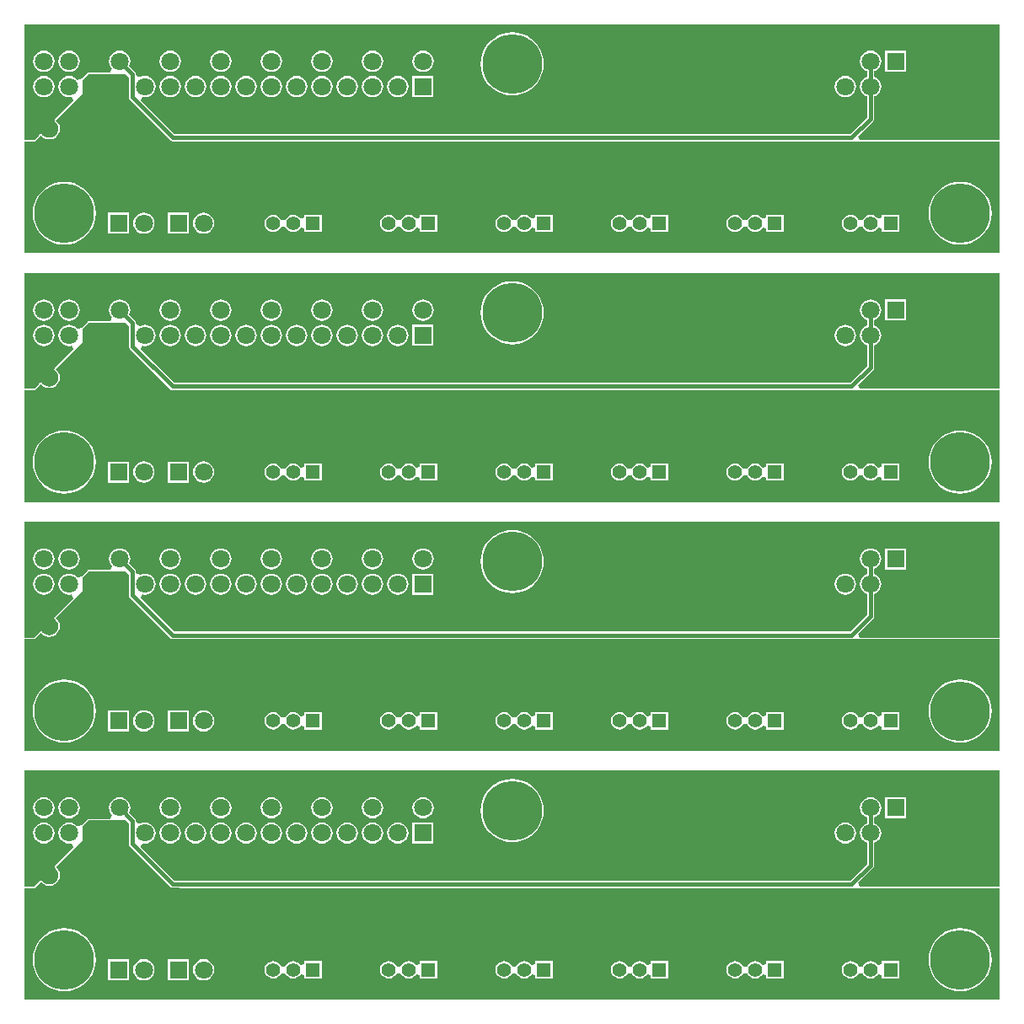
<source format=gbl>
G04 Layer_Physical_Order=2*
G04 Layer_Color=16711680*
%FSLAX25Y25*%
%MOIN*%
G70*
G01*
G75*
%ADD10C,0.01575*%
%ADD12C,0.05512*%
%ADD13R,0.05512X0.05512*%
%ADD14C,0.23622*%
%ADD15C,0.07087*%
%ADD16R,0.07087X0.07087*%
%ADD17R,0.07087X0.07087*%
G36*
X45208Y73492D02*
Y65551D01*
X45318Y64998D01*
X45632Y64529D01*
X61577Y48584D01*
X62045Y48271D01*
X62598Y48161D01*
X65421D01*
X65551Y48031D01*
X389764D01*
X389764Y48031D01*
Y3937D01*
X3937D01*
X3937Y3937D01*
Y48031D01*
X8071D01*
X10547Y50507D01*
X10803Y50173D01*
X11675Y49504D01*
X12690Y49084D01*
X13780Y48940D01*
X14869Y49084D01*
X15884Y49504D01*
X16756Y50173D01*
X17425Y51045D01*
X17845Y52060D01*
X17989Y53150D01*
X17845Y54239D01*
X17425Y55254D01*
X16756Y56126D01*
X16422Y56382D01*
X26969Y66929D01*
Y72441D01*
X29331Y74803D01*
X43898D01*
X45208Y73492D01*
D02*
G37*
G36*
X389764Y94488D02*
Y48674D01*
X389764Y48674D01*
X334271D01*
X333668Y50129D01*
X339604Y56065D01*
X339918Y56534D01*
X340028Y57087D01*
Y65885D01*
X340687Y66158D01*
X341559Y66827D01*
X342228Y67699D01*
X342649Y68714D01*
X342792Y69803D01*
X342649Y70893D01*
X342228Y71908D01*
X341559Y72780D01*
X340687Y73448D01*
X340028Y73722D01*
Y75885D01*
X340687Y76158D01*
X341559Y76827D01*
X342228Y77698D01*
X342649Y78714D01*
X342792Y79803D01*
X342649Y80893D01*
X342228Y81908D01*
X341559Y82780D01*
X340687Y83448D01*
X339672Y83869D01*
X338583Y84012D01*
X337493Y83869D01*
X336478Y83448D01*
X335606Y82780D01*
X334937Y81908D01*
X334517Y80893D01*
X334373Y79803D01*
X334517Y78714D01*
X334937Y77698D01*
X335606Y76827D01*
X336478Y76158D01*
X337138Y75885D01*
Y73722D01*
X336478Y73448D01*
X335606Y72780D01*
X334937Y71908D01*
X334517Y70893D01*
X334373Y69803D01*
X334517Y68714D01*
X334937Y67699D01*
X335606Y66827D01*
X336478Y66158D01*
X337138Y65885D01*
Y57685D01*
X330504Y51051D01*
X63197D01*
X49966Y64283D01*
X50308Y65173D01*
X50770Y65705D01*
X51614Y65594D01*
X52704Y65737D01*
X53719Y66158D01*
X54591Y66827D01*
X55260Y67699D01*
X55680Y68714D01*
X55823Y69803D01*
X55680Y70893D01*
X55260Y71908D01*
X54591Y72780D01*
X53719Y73448D01*
X52704Y73869D01*
X51614Y74012D01*
X50525Y73869D01*
X49673Y73516D01*
X49039Y73750D01*
X48099Y74351D01*
Y74764D01*
X47989Y75317D01*
X47675Y75786D01*
X45407Y78054D01*
X45680Y78714D01*
X45823Y79803D01*
X45680Y80893D01*
X45259Y81908D01*
X44591Y82780D01*
X43719Y83448D01*
X42704Y83869D01*
X41614Y84012D01*
X40525Y83869D01*
X39510Y83448D01*
X38638Y82780D01*
X37969Y81908D01*
X37548Y80893D01*
X37405Y79803D01*
X37548Y78714D01*
X37969Y77699D01*
X38489Y77020D01*
X38309Y76249D01*
X37851Y75445D01*
X29331D01*
X29331Y75445D01*
X29085Y75397D01*
X28877Y75257D01*
X28877Y75257D01*
X26514Y72895D01*
X26502Y72876D01*
X25077Y72509D01*
X24786Y72525D01*
X24591Y72780D01*
X23719Y73448D01*
X22704Y73869D01*
X21614Y74012D01*
X20525Y73869D01*
X19510Y73448D01*
X18638Y72780D01*
X17969Y71908D01*
X17548Y70893D01*
X17405Y69803D01*
X17548Y68714D01*
X17969Y67699D01*
X18638Y66827D01*
X19510Y66158D01*
X20525Y65737D01*
X21614Y65594D01*
X22632Y65728D01*
X22753Y65628D01*
X23446Y64315D01*
X16447Y57316D01*
X15968Y56836D01*
Y56836D01*
X15944Y56801D01*
X15912Y56773D01*
Y56773D01*
X15875Y56698D01*
X15828Y56628D01*
X15828Y56628D01*
X15820Y56587D01*
X15801Y56549D01*
X15796Y56465D01*
X15779Y56382D01*
X15788Y56341D01*
X15785Y56299D01*
X15812Y56219D01*
X15828Y56137D01*
X15852Y56101D01*
X15866Y56061D01*
Y56061D01*
X15921Y55998D01*
X15968Y55928D01*
X15968Y55928D01*
X16003Y55905D01*
X16031Y55873D01*
Y55873D01*
X16298Y55668D01*
X16864Y54930D01*
X17220Y54071D01*
X17341Y53150D01*
X17220Y52228D01*
X16864Y51369D01*
X16298Y50631D01*
X15560Y50065D01*
X14701Y49709D01*
X13780Y49588D01*
X12858Y49710D01*
X11999Y50065D01*
X11261Y50631D01*
X11056Y50898D01*
X11056D01*
X11024Y50926D01*
X11001Y50962D01*
X11001Y50962D01*
X10931Y51008D01*
X10868Y51064D01*
X10868Y51064D01*
X10828Y51077D01*
X10792Y51101D01*
X10710Y51117D01*
X10631Y51144D01*
X10588Y51141D01*
X10547Y51150D01*
X10464Y51133D01*
X10380Y51128D01*
X10343Y51109D01*
X10301Y51101D01*
X10301Y51101D01*
X10231Y51054D01*
X10156Y51017D01*
X10156D01*
X10128Y50985D01*
X10093Y50962D01*
X10093D01*
X9651Y50520D01*
X9651Y50520D01*
X9613Y50482D01*
X7805Y48674D01*
X3937D01*
X3937Y48674D01*
Y94488D01*
X389764D01*
X389764Y94488D01*
D02*
G37*
%LPC*%
G36*
X247244Y19163D02*
X246360Y19047D01*
X245537Y18706D01*
X244829Y18163D01*
X244287Y17456D01*
X244124Y17062D01*
X242491D01*
X242328Y17456D01*
X241785Y18163D01*
X241078Y18706D01*
X240254Y19047D01*
X239370Y19163D01*
X238486Y19047D01*
X237663Y18706D01*
X236955Y18163D01*
X236413Y17456D01*
X236071Y16632D01*
X235955Y15748D01*
X236071Y14864D01*
X236413Y14040D01*
X236955Y13333D01*
X237663Y12790D01*
X238486Y12449D01*
X239370Y12333D01*
X240254Y12449D01*
X241078Y12790D01*
X241785Y13333D01*
X242328Y14040D01*
X242491Y14434D01*
X244124D01*
X244287Y14040D01*
X244829Y13333D01*
X245537Y12790D01*
X246360Y12449D01*
X247244Y12333D01*
X248128Y12449D01*
X248952Y12790D01*
X249659Y13333D01*
X250157Y13983D01*
X250314Y13998D01*
X251732Y13558D01*
Y12362D01*
X258504D01*
Y19134D01*
X251732D01*
Y17938D01*
X250314Y17498D01*
X250157Y17513D01*
X249659Y18163D01*
X248952Y18706D01*
X248128Y19047D01*
X247244Y19163D01*
D02*
G37*
G36*
X201575D02*
X200691Y19047D01*
X199867Y18706D01*
X199160Y18163D01*
X198617Y17456D01*
X198454Y17062D01*
X196821D01*
X196658Y17456D01*
X196116Y18163D01*
X195408Y18706D01*
X194585Y19047D01*
X193701Y19163D01*
X192817Y19047D01*
X191993Y18706D01*
X191286Y18163D01*
X190743Y17456D01*
X190402Y16632D01*
X190286Y15748D01*
X190402Y14864D01*
X190743Y14040D01*
X191286Y13333D01*
X191993Y12790D01*
X192817Y12449D01*
X193701Y12333D01*
X194585Y12449D01*
X195408Y12790D01*
X196116Y13333D01*
X196658Y14040D01*
X196821Y14434D01*
X198454D01*
X198617Y14040D01*
X199160Y13333D01*
X199867Y12790D01*
X200691Y12449D01*
X201575Y12333D01*
X202459Y12449D01*
X203282Y12790D01*
X203990Y13333D01*
X204488Y13983D01*
X204644Y13998D01*
X206063Y13558D01*
Y12362D01*
X212835D01*
Y19134D01*
X206063D01*
Y17938D01*
X204644Y17498D01*
X204488Y17513D01*
X203990Y18163D01*
X203282Y18706D01*
X202459Y19047D01*
X201575Y19163D01*
D02*
G37*
G36*
X155905D02*
X155022Y19047D01*
X154198Y18706D01*
X153491Y18163D01*
X152948Y17456D01*
X152785Y17062D01*
X151152D01*
X150989Y17456D01*
X150446Y18163D01*
X149739Y18706D01*
X148915Y19047D01*
X148031Y19163D01*
X147148Y19047D01*
X146324Y18706D01*
X145617Y18163D01*
X145074Y17456D01*
X144733Y16632D01*
X144616Y15748D01*
X144733Y14864D01*
X145074Y14040D01*
X145617Y13333D01*
X146324Y12790D01*
X147148Y12449D01*
X148031Y12333D01*
X148915Y12449D01*
X149739Y12790D01*
X150446Y13333D01*
X150989Y14040D01*
X151152Y14434D01*
X152785D01*
X152948Y14040D01*
X153491Y13333D01*
X154198Y12790D01*
X155022Y12449D01*
X155905Y12333D01*
X156789Y12449D01*
X157613Y12790D01*
X158320Y13333D01*
X158819Y13983D01*
X158975Y13998D01*
X160394Y13558D01*
Y12362D01*
X167165D01*
Y19134D01*
X160394D01*
Y17938D01*
X158975Y17498D01*
X158819Y17513D01*
X158320Y18163D01*
X157613Y18706D01*
X156789Y19047D01*
X155905Y19163D01*
D02*
G37*
G36*
X71614Y74012D02*
X70525Y73869D01*
X69510Y73448D01*
X68638Y72780D01*
X67969Y71908D01*
X67548Y70893D01*
X67405Y69803D01*
X67548Y68714D01*
X67969Y67699D01*
X68638Y66827D01*
X69510Y66158D01*
X70525Y65737D01*
X71614Y65594D01*
X72704Y65737D01*
X73719Y66158D01*
X74591Y66827D01*
X75260Y67699D01*
X75680Y68714D01*
X75823Y69803D01*
X75680Y70893D01*
X75260Y71908D01*
X74591Y72780D01*
X73719Y73448D01*
X72704Y73869D01*
X71614Y74012D01*
D02*
G37*
G36*
X11614D02*
X10525Y73869D01*
X9510Y73448D01*
X8638Y72780D01*
X7969Y71908D01*
X7548Y70893D01*
X7405Y69803D01*
X7548Y68714D01*
X7969Y67699D01*
X8638Y66827D01*
X9510Y66158D01*
X10525Y65737D01*
X11614Y65594D01*
X12704Y65737D01*
X13719Y66158D01*
X14591Y66827D01*
X15259Y67699D01*
X15680Y68714D01*
X15823Y69803D01*
X15680Y70893D01*
X15259Y71908D01*
X14591Y72780D01*
X13719Y73448D01*
X12704Y73869D01*
X11614Y74012D01*
D02*
G37*
G36*
X328583Y74012D02*
X327493Y73869D01*
X326478Y73448D01*
X325606Y72780D01*
X324937Y71908D01*
X324517Y70893D01*
X324374Y69803D01*
X324517Y68714D01*
X324937Y67699D01*
X325606Y66827D01*
X326478Y66158D01*
X327493Y65737D01*
X328583Y65594D01*
X329672Y65737D01*
X330687Y66158D01*
X331559Y66827D01*
X332228Y67699D01*
X332648Y68714D01*
X332792Y69803D01*
X332648Y70893D01*
X332228Y71908D01*
X331559Y72780D01*
X330687Y73448D01*
X329672Y73869D01*
X328583Y74012D01*
D02*
G37*
G36*
X61614Y74012D02*
X60525Y73869D01*
X59510Y73448D01*
X58638Y72780D01*
X57969Y71908D01*
X57548Y70893D01*
X57405Y69803D01*
X57548Y68714D01*
X57969Y67699D01*
X58638Y66827D01*
X59510Y66158D01*
X60525Y65737D01*
X61614Y65594D01*
X62704Y65737D01*
X63719Y66158D01*
X64591Y66827D01*
X65259Y67699D01*
X65680Y68714D01*
X65824Y69803D01*
X65680Y70893D01*
X65259Y71908D01*
X64591Y72780D01*
X63719Y73448D01*
X62704Y73869D01*
X61614Y74012D01*
D02*
G37*
G36*
X51181Y19957D02*
X50092Y19814D01*
X49077Y19393D01*
X48205Y18724D01*
X47536Y17853D01*
X47115Y16838D01*
X46972Y15748D01*
X47115Y14659D01*
X47536Y13643D01*
X48205Y12772D01*
X49077Y12103D01*
X50092Y11682D01*
X51181Y11539D01*
X52271Y11682D01*
X53286Y12103D01*
X54158Y12772D01*
X54826Y13643D01*
X55247Y14659D01*
X55390Y15748D01*
X55247Y16838D01*
X54826Y17853D01*
X54158Y18724D01*
X53286Y19393D01*
X52271Y19814D01*
X51181Y19957D01*
D02*
G37*
G36*
X74803D02*
X73714Y19814D01*
X72698Y19393D01*
X71827Y18724D01*
X71158Y17853D01*
X70737Y16838D01*
X70594Y15748D01*
X70737Y14659D01*
X71158Y13643D01*
X71827Y12772D01*
X72698Y12103D01*
X73714Y11682D01*
X74803Y11539D01*
X75893Y11682D01*
X76908Y12103D01*
X77780Y12772D01*
X78448Y13643D01*
X78869Y14659D01*
X79012Y15748D01*
X78869Y16838D01*
X78448Y17853D01*
X77780Y18724D01*
X76908Y19393D01*
X75893Y19814D01*
X74803Y19957D01*
D02*
G37*
G36*
X19685Y32164D02*
X17733Y32011D01*
X15829Y31554D01*
X14020Y30804D01*
X12350Y29781D01*
X10861Y28509D01*
X9589Y27020D01*
X8566Y25351D01*
X7817Y23541D01*
X7359Y21637D01*
X7206Y19685D01*
X7359Y17733D01*
X7817Y15829D01*
X8566Y14020D01*
X9589Y12350D01*
X10861Y10861D01*
X12350Y9589D01*
X14020Y8566D01*
X15829Y7817D01*
X17733Y7359D01*
X19685Y7206D01*
X21637Y7359D01*
X23541Y7817D01*
X25351Y8566D01*
X27020Y9589D01*
X28509Y10861D01*
X29781Y12350D01*
X30804Y14020D01*
X31554Y15829D01*
X32011Y17733D01*
X32164Y19685D01*
X32011Y21637D01*
X31554Y23541D01*
X30804Y25351D01*
X29781Y27020D01*
X28509Y28509D01*
X27020Y29781D01*
X25351Y30804D01*
X23541Y31554D01*
X21637Y32011D01*
X19685Y32164D01*
D02*
G37*
G36*
X374016D02*
X372064Y32011D01*
X370160Y31554D01*
X368350Y30804D01*
X366681Y29781D01*
X365192Y28509D01*
X363920Y27020D01*
X362897Y25351D01*
X362147Y23541D01*
X361690Y21637D01*
X361536Y19685D01*
X361690Y17733D01*
X362147Y15829D01*
X362897Y14020D01*
X363920Y12350D01*
X365192Y10861D01*
X366681Y9589D01*
X368350Y8566D01*
X370160Y7817D01*
X372064Y7359D01*
X374016Y7206D01*
X375968Y7359D01*
X377872Y7817D01*
X379681Y8566D01*
X381351Y9589D01*
X382840Y10861D01*
X384112Y12350D01*
X385135Y14020D01*
X385884Y15829D01*
X386342Y17733D01*
X386495Y19685D01*
X386342Y21637D01*
X385884Y23541D01*
X385135Y25351D01*
X384112Y27020D01*
X382840Y28509D01*
X381351Y29781D01*
X379681Y30804D01*
X377872Y31554D01*
X375968Y32011D01*
X374016Y32164D01*
D02*
G37*
G36*
X45354Y19921D02*
X37008D01*
Y11575D01*
X45354D01*
Y19921D01*
D02*
G37*
G36*
X338583Y19163D02*
X337699Y19047D01*
X336875Y18706D01*
X336168Y18163D01*
X335625Y17456D01*
X335462Y17062D01*
X333829D01*
X333666Y17456D01*
X333123Y18163D01*
X332416Y18706D01*
X331592Y19047D01*
X330709Y19163D01*
X329825Y19047D01*
X329001Y18706D01*
X328294Y18163D01*
X327751Y17456D01*
X327410Y16632D01*
X327294Y15748D01*
X327410Y14864D01*
X327751Y14040D01*
X328294Y13333D01*
X329001Y12790D01*
X329825Y12449D01*
X330709Y12333D01*
X331592Y12449D01*
X332416Y12790D01*
X333123Y13333D01*
X333666Y14040D01*
X333829Y14434D01*
X335462D01*
X335625Y14040D01*
X336168Y13333D01*
X336875Y12790D01*
X337699Y12449D01*
X338583Y12333D01*
X339467Y12449D01*
X340290Y12790D01*
X340998Y13333D01*
X341496Y13983D01*
X341652Y13998D01*
X343071Y13558D01*
Y12362D01*
X349843D01*
Y19134D01*
X343071D01*
Y17938D01*
X341652Y17498D01*
X341496Y17513D01*
X340998Y18163D01*
X340290Y18706D01*
X339467Y19047D01*
X338583Y19163D01*
D02*
G37*
G36*
X110236D02*
X109352Y19047D01*
X108529Y18706D01*
X107821Y18163D01*
X107279Y17456D01*
X107116Y17062D01*
X105483D01*
X105320Y17456D01*
X104777Y18163D01*
X104070Y18706D01*
X103246Y19047D01*
X102362Y19163D01*
X101478Y19047D01*
X100655Y18706D01*
X99947Y18163D01*
X99405Y17456D01*
X99063Y16632D01*
X98947Y15748D01*
X99063Y14864D01*
X99405Y14040D01*
X99947Y13333D01*
X100655Y12790D01*
X101478Y12449D01*
X102362Y12333D01*
X103246Y12449D01*
X104070Y12790D01*
X104777Y13333D01*
X105320Y14040D01*
X105483Y14434D01*
X107116D01*
X107279Y14040D01*
X107821Y13333D01*
X108529Y12790D01*
X109352Y12449D01*
X110236Y12333D01*
X111120Y12449D01*
X111944Y12790D01*
X112651Y13333D01*
X113150Y13983D01*
X113306Y13998D01*
X114724Y13558D01*
Y12362D01*
X121496D01*
Y19134D01*
X114724D01*
Y17938D01*
X113306Y17498D01*
X113150Y17513D01*
X112651Y18163D01*
X111944Y18706D01*
X111120Y19047D01*
X110236Y19163D01*
D02*
G37*
G36*
X68976Y19921D02*
X60630D01*
Y11575D01*
X68976D01*
Y19921D01*
D02*
G37*
G36*
X292913Y19163D02*
X292030Y19047D01*
X291206Y18706D01*
X290499Y18163D01*
X289956Y17456D01*
X289793Y17062D01*
X288160D01*
X287997Y17456D01*
X287454Y18163D01*
X286747Y18706D01*
X285923Y19047D01*
X285039Y19163D01*
X284156Y19047D01*
X283332Y18706D01*
X282625Y18163D01*
X282082Y17456D01*
X281741Y16632D01*
X281624Y15748D01*
X281741Y14864D01*
X282082Y14040D01*
X282625Y13333D01*
X283332Y12790D01*
X284156Y12449D01*
X285039Y12333D01*
X285923Y12449D01*
X286747Y12790D01*
X287454Y13333D01*
X287997Y14040D01*
X288160Y14434D01*
X289793D01*
X289956Y14040D01*
X290499Y13333D01*
X291206Y12790D01*
X292030Y12449D01*
X292913Y12333D01*
X293797Y12449D01*
X294621Y12790D01*
X295328Y13333D01*
X295827Y13983D01*
X295983Y13998D01*
X297402Y13558D01*
Y12362D01*
X304173D01*
Y19134D01*
X297402D01*
Y17938D01*
X295983Y17498D01*
X295827Y17513D01*
X295328Y18163D01*
X294621Y18706D01*
X293797Y19047D01*
X292913Y19163D01*
D02*
G37*
G36*
X81614Y74012D02*
X80525Y73869D01*
X79510Y73448D01*
X78638Y72780D01*
X77969Y71908D01*
X77548Y70893D01*
X77405Y69803D01*
X77548Y68714D01*
X77969Y67699D01*
X78638Y66827D01*
X79510Y66158D01*
X80525Y65737D01*
X81614Y65594D01*
X82704Y65737D01*
X83719Y66158D01*
X84591Y66827D01*
X85259Y67699D01*
X85680Y68714D01*
X85824Y69803D01*
X85680Y70893D01*
X85259Y71908D01*
X84591Y72780D01*
X83719Y73448D01*
X82704Y73869D01*
X81614Y74012D01*
D02*
G37*
G36*
X61614Y84012D02*
X60525Y83869D01*
X59510Y83448D01*
X58638Y82780D01*
X57969Y81908D01*
X57548Y80893D01*
X57405Y79803D01*
X57548Y78714D01*
X57969Y77699D01*
X58638Y76827D01*
X59510Y76158D01*
X60525Y75737D01*
X61614Y75594D01*
X62704Y75737D01*
X63719Y76158D01*
X64591Y76827D01*
X65259Y77699D01*
X65680Y78714D01*
X65824Y79803D01*
X65680Y80893D01*
X65259Y81908D01*
X64591Y82780D01*
X63719Y83448D01*
X62704Y83869D01*
X61614Y84012D01*
D02*
G37*
G36*
X81614D02*
X80525Y83869D01*
X79510Y83448D01*
X78638Y82780D01*
X77969Y81908D01*
X77548Y80893D01*
X77405Y79803D01*
X77548Y78714D01*
X77969Y77699D01*
X78638Y76827D01*
X79510Y76158D01*
X80525Y75737D01*
X81614Y75594D01*
X82704Y75737D01*
X83719Y76158D01*
X84591Y76827D01*
X85259Y77699D01*
X85680Y78714D01*
X85824Y79803D01*
X85680Y80893D01*
X85259Y81908D01*
X84591Y82780D01*
X83719Y83448D01*
X82704Y83869D01*
X81614Y84012D01*
D02*
G37*
G36*
X11614D02*
X10525Y83869D01*
X9510Y83448D01*
X8638Y82780D01*
X7969Y81908D01*
X7548Y80893D01*
X7405Y79803D01*
X7548Y78714D01*
X7969Y77699D01*
X8638Y76827D01*
X9510Y76158D01*
X10525Y75737D01*
X11614Y75594D01*
X12704Y75737D01*
X13719Y76158D01*
X14591Y76827D01*
X15259Y77699D01*
X15680Y78714D01*
X15823Y79803D01*
X15680Y80893D01*
X15259Y81908D01*
X14591Y82780D01*
X13719Y83448D01*
X12704Y83869D01*
X11614Y84012D01*
D02*
G37*
G36*
X21614D02*
X20525Y83869D01*
X19510Y83448D01*
X18638Y82780D01*
X17969Y81908D01*
X17548Y80893D01*
X17405Y79803D01*
X17548Y78714D01*
X17969Y77699D01*
X18638Y76827D01*
X19510Y76158D01*
X20525Y75737D01*
X21614Y75594D01*
X22704Y75737D01*
X23719Y76158D01*
X24591Y76827D01*
X25260Y77699D01*
X25680Y78714D01*
X25824Y79803D01*
X25680Y80893D01*
X25260Y81908D01*
X24591Y82780D01*
X23719Y83448D01*
X22704Y83869D01*
X21614Y84012D01*
D02*
G37*
G36*
X101614D02*
X100525Y83869D01*
X99510Y83448D01*
X98638Y82780D01*
X97969Y81908D01*
X97548Y80893D01*
X97405Y79803D01*
X97548Y78714D01*
X97969Y77699D01*
X98638Y76827D01*
X99510Y76158D01*
X100525Y75737D01*
X101614Y75594D01*
X102704Y75737D01*
X103719Y76158D01*
X104591Y76827D01*
X105260Y77699D01*
X105680Y78714D01*
X105824Y79803D01*
X105680Y80893D01*
X105260Y81908D01*
X104591Y82780D01*
X103719Y83448D01*
X102704Y83869D01*
X101614Y84012D01*
D02*
G37*
G36*
X161614D02*
X160525Y83869D01*
X159510Y83448D01*
X158638Y82780D01*
X157969Y81908D01*
X157548Y80893D01*
X157405Y79803D01*
X157548Y78714D01*
X157969Y77699D01*
X158638Y76827D01*
X159510Y76158D01*
X160525Y75737D01*
X161614Y75594D01*
X162704Y75737D01*
X163719Y76158D01*
X164591Y76827D01*
X165260Y77699D01*
X165680Y78714D01*
X165823Y79803D01*
X165680Y80893D01*
X165260Y81908D01*
X164591Y82780D01*
X163719Y83448D01*
X162704Y83869D01*
X161614Y84012D01*
D02*
G37*
G36*
X352756Y83976D02*
X344409D01*
Y75630D01*
X352756D01*
Y83976D01*
D02*
G37*
G36*
X121614Y84012D02*
X120525Y83869D01*
X119510Y83448D01*
X118638Y82780D01*
X117969Y81908D01*
X117548Y80893D01*
X117405Y79803D01*
X117548Y78714D01*
X117969Y77699D01*
X118638Y76827D01*
X119510Y76158D01*
X120525Y75737D01*
X121614Y75594D01*
X122704Y75737D01*
X123719Y76158D01*
X124591Y76827D01*
X125259Y77699D01*
X125680Y78714D01*
X125823Y79803D01*
X125680Y80893D01*
X125259Y81908D01*
X124591Y82780D01*
X123719Y83448D01*
X122704Y83869D01*
X121614Y84012D01*
D02*
G37*
G36*
X141614D02*
X140525Y83869D01*
X139510Y83448D01*
X138638Y82780D01*
X137969Y81908D01*
X137548Y80893D01*
X137405Y79803D01*
X137548Y78714D01*
X137969Y77699D01*
X138638Y76827D01*
X139510Y76158D01*
X140525Y75737D01*
X141614Y75594D01*
X142704Y75737D01*
X143719Y76158D01*
X144591Y76827D01*
X145259Y77699D01*
X145680Y78714D01*
X145824Y79803D01*
X145680Y80893D01*
X145259Y81908D01*
X144591Y82780D01*
X143719Y83448D01*
X142704Y83869D01*
X141614Y84012D01*
D02*
G37*
G36*
X111614Y74012D02*
X110525Y73869D01*
X109510Y73448D01*
X108638Y72780D01*
X107969Y71908D01*
X107548Y70893D01*
X107405Y69803D01*
X107548Y68714D01*
X107969Y67699D01*
X108638Y66827D01*
X109510Y66158D01*
X110525Y65737D01*
X111614Y65594D01*
X112704Y65737D01*
X113719Y66158D01*
X114591Y66827D01*
X115260Y67699D01*
X115680Y68714D01*
X115823Y69803D01*
X115680Y70893D01*
X115260Y71908D01*
X114591Y72780D01*
X113719Y73448D01*
X112704Y73869D01*
X111614Y74012D01*
D02*
G37*
G36*
X121614D02*
X120525Y73869D01*
X119510Y73448D01*
X118638Y72780D01*
X117969Y71908D01*
X117548Y70893D01*
X117405Y69803D01*
X117548Y68714D01*
X117969Y67699D01*
X118638Y66827D01*
X119510Y66158D01*
X120525Y65737D01*
X121614Y65594D01*
X122704Y65737D01*
X123719Y66158D01*
X124591Y66827D01*
X125259Y67699D01*
X125680Y68714D01*
X125823Y69803D01*
X125680Y70893D01*
X125259Y71908D01*
X124591Y72780D01*
X123719Y73448D01*
X122704Y73869D01*
X121614Y74012D01*
D02*
G37*
G36*
X91614D02*
X90525Y73869D01*
X89510Y73448D01*
X88638Y72780D01*
X87969Y71908D01*
X87548Y70893D01*
X87405Y69803D01*
X87548Y68714D01*
X87969Y67699D01*
X88638Y66827D01*
X89510Y66158D01*
X90525Y65737D01*
X91614Y65594D01*
X92704Y65737D01*
X93719Y66158D01*
X94591Y66827D01*
X95259Y67699D01*
X95680Y68714D01*
X95824Y69803D01*
X95680Y70893D01*
X95259Y71908D01*
X94591Y72780D01*
X93719Y73448D01*
X92704Y73869D01*
X91614Y74012D01*
D02*
G37*
G36*
X101614D02*
X100525Y73869D01*
X99510Y73448D01*
X98638Y72780D01*
X97969Y71908D01*
X97548Y70893D01*
X97405Y69803D01*
X97548Y68714D01*
X97969Y67699D01*
X98638Y66827D01*
X99510Y66158D01*
X100525Y65737D01*
X101614Y65594D01*
X102704Y65737D01*
X103719Y66158D01*
X104591Y66827D01*
X105260Y67699D01*
X105680Y68714D01*
X105824Y69803D01*
X105680Y70893D01*
X105260Y71908D01*
X104591Y72780D01*
X103719Y73448D01*
X102704Y73869D01*
X101614Y74012D01*
D02*
G37*
G36*
X131614D02*
X130525Y73869D01*
X129510Y73448D01*
X128638Y72780D01*
X127969Y71908D01*
X127548Y70893D01*
X127405Y69803D01*
X127548Y68714D01*
X127969Y67699D01*
X128638Y66827D01*
X129510Y66158D01*
X130525Y65737D01*
X131614Y65594D01*
X132704Y65737D01*
X133719Y66158D01*
X134591Y66827D01*
X135259Y67699D01*
X135680Y68714D01*
X135824Y69803D01*
X135680Y70893D01*
X135259Y71908D01*
X134591Y72780D01*
X133719Y73448D01*
X132704Y73869D01*
X131614Y74012D01*
D02*
G37*
G36*
X165787Y73976D02*
X157441D01*
Y65630D01*
X165787D01*
Y73976D01*
D02*
G37*
G36*
X196850Y91220D02*
X194898Y91066D01*
X192994Y90609D01*
X191185Y89859D01*
X189515Y88836D01*
X188026Y87564D01*
X186754Y86075D01*
X185731Y84406D01*
X184982Y82597D01*
X184525Y80692D01*
X184371Y78740D01*
X184525Y76788D01*
X184982Y74884D01*
X185731Y73075D01*
X186754Y71405D01*
X188026Y69916D01*
X189515Y68644D01*
X191185Y67621D01*
X192994Y66872D01*
X194898Y66414D01*
X196850Y66261D01*
X198803Y66414D01*
X200707Y66872D01*
X202516Y67621D01*
X204186Y68644D01*
X205675Y69916D01*
X206946Y71405D01*
X207970Y73075D01*
X208719Y74884D01*
X209176Y76788D01*
X209330Y78740D01*
X209176Y80692D01*
X208719Y82597D01*
X207970Y84406D01*
X206946Y86075D01*
X205675Y87564D01*
X204186Y88836D01*
X202516Y89859D01*
X200707Y90609D01*
X198803Y91066D01*
X196850Y91220D01*
D02*
G37*
G36*
X141614Y74012D02*
X140525Y73869D01*
X139510Y73448D01*
X138638Y72780D01*
X137969Y71908D01*
X137548Y70893D01*
X137405Y69803D01*
X137548Y68714D01*
X137969Y67699D01*
X138638Y66827D01*
X139510Y66158D01*
X140525Y65737D01*
X141614Y65594D01*
X142704Y65737D01*
X143719Y66158D01*
X144591Y66827D01*
X145259Y67699D01*
X145680Y68714D01*
X145824Y69803D01*
X145680Y70893D01*
X145259Y71908D01*
X144591Y72780D01*
X143719Y73448D01*
X142704Y73869D01*
X141614Y74012D01*
D02*
G37*
G36*
X151614D02*
X150525Y73869D01*
X149510Y73448D01*
X148638Y72780D01*
X147969Y71908D01*
X147548Y70893D01*
X147405Y69803D01*
X147548Y68714D01*
X147969Y67699D01*
X148638Y66827D01*
X149510Y66158D01*
X150525Y65737D01*
X151614Y65594D01*
X152704Y65737D01*
X153719Y66158D01*
X154591Y66827D01*
X155260Y67699D01*
X155680Y68714D01*
X155824Y69803D01*
X155680Y70893D01*
X155260Y71908D01*
X154591Y72780D01*
X153719Y73448D01*
X152704Y73869D01*
X151614Y74012D01*
D02*
G37*
%LPD*%
G36*
X45208Y171917D02*
Y163976D01*
X45318Y163423D01*
X45632Y162954D01*
X61577Y147010D01*
X62045Y146696D01*
X62598Y146586D01*
X65421D01*
X65551Y146457D01*
X389764D01*
X389764Y146457D01*
Y102362D01*
X3937D01*
X3937Y102362D01*
Y146457D01*
X8071D01*
X10547Y148933D01*
X10803Y148598D01*
X11675Y147930D01*
X12690Y147509D01*
X13780Y147366D01*
X14869Y147509D01*
X15884Y147930D01*
X16756Y148598D01*
X17425Y149470D01*
X17845Y150485D01*
X17989Y151575D01*
X17845Y152664D01*
X17425Y153679D01*
X16756Y154551D01*
X16422Y154808D01*
X26969Y165354D01*
Y170866D01*
X29331Y173228D01*
X43898D01*
X45208Y171917D01*
D02*
G37*
G36*
X389764Y192913D02*
Y147099D01*
X389764Y147099D01*
X334271D01*
X333668Y148554D01*
X339604Y154490D01*
X339918Y154959D01*
X340028Y155512D01*
Y164310D01*
X340687Y164583D01*
X341559Y165252D01*
X342228Y166124D01*
X342649Y167139D01*
X342792Y168228D01*
X342649Y169318D01*
X342228Y170333D01*
X341559Y171205D01*
X340687Y171874D01*
X340028Y172147D01*
Y174310D01*
X340687Y174583D01*
X341559Y175252D01*
X342228Y176124D01*
X342649Y177139D01*
X342792Y178228D01*
X342649Y179318D01*
X342228Y180333D01*
X341559Y181205D01*
X340687Y181874D01*
X339672Y182294D01*
X338583Y182438D01*
X337493Y182294D01*
X336478Y181874D01*
X335606Y181205D01*
X334937Y180333D01*
X334517Y179318D01*
X334373Y178228D01*
X334517Y177139D01*
X334937Y176124D01*
X335606Y175252D01*
X336478Y174583D01*
X337138Y174310D01*
Y172147D01*
X336478Y171874D01*
X335606Y171205D01*
X334937Y170333D01*
X334517Y169318D01*
X334373Y168228D01*
X334517Y167139D01*
X334937Y166124D01*
X335606Y165252D01*
X336478Y164583D01*
X337138Y164310D01*
Y156110D01*
X330504Y149477D01*
X63197D01*
X49966Y162708D01*
X50308Y163598D01*
X50770Y164130D01*
X51614Y164019D01*
X52704Y164163D01*
X53719Y164583D01*
X54591Y165252D01*
X55260Y166124D01*
X55680Y167139D01*
X55823Y168228D01*
X55680Y169318D01*
X55260Y170333D01*
X54591Y171205D01*
X53719Y171874D01*
X52704Y172294D01*
X51614Y172438D01*
X50525Y172294D01*
X49673Y171942D01*
X49039Y172175D01*
X48099Y172776D01*
Y173189D01*
X47989Y173742D01*
X47675Y174211D01*
X45407Y176479D01*
X45680Y177139D01*
X45823Y178228D01*
X45680Y179318D01*
X45259Y180333D01*
X44591Y181205D01*
X43719Y181874D01*
X42704Y182294D01*
X41614Y182438D01*
X40525Y182294D01*
X39510Y181874D01*
X38638Y181205D01*
X37969Y180333D01*
X37548Y179318D01*
X37405Y178228D01*
X37548Y177139D01*
X37969Y176124D01*
X38489Y175445D01*
X38309Y174674D01*
X37851Y173871D01*
X29331D01*
X29331Y173871D01*
X29085Y173822D01*
X28877Y173682D01*
X28877Y173682D01*
X26514Y171320D01*
X26502Y171301D01*
X25077Y170934D01*
X24786Y170950D01*
X24591Y171205D01*
X23719Y171874D01*
X22704Y172294D01*
X21614Y172438D01*
X20525Y172294D01*
X19510Y171874D01*
X18638Y171205D01*
X17969Y170333D01*
X17548Y169318D01*
X17405Y168228D01*
X17548Y167139D01*
X17969Y166124D01*
X18638Y165252D01*
X19510Y164583D01*
X20525Y164163D01*
X21614Y164019D01*
X22632Y164153D01*
X22753Y164053D01*
X23446Y162740D01*
X16447Y155742D01*
X15968Y155262D01*
Y155262D01*
X15944Y155227D01*
X15912Y155199D01*
Y155199D01*
X15875Y155123D01*
X15828Y155053D01*
X15828Y155053D01*
X15820Y155012D01*
X15801Y154974D01*
X15796Y154890D01*
X15779Y154808D01*
X15788Y154766D01*
X15785Y154724D01*
X15812Y154644D01*
X15828Y154562D01*
X15852Y154527D01*
X15866Y154487D01*
Y154486D01*
X15921Y154423D01*
X15968Y154353D01*
X15968Y154353D01*
X16003Y154330D01*
X16031Y154298D01*
Y154298D01*
X16298Y154093D01*
X16864Y153356D01*
X17220Y152497D01*
X17341Y151575D01*
X17220Y150653D01*
X16864Y149794D01*
X16298Y149056D01*
X15560Y148491D01*
X14701Y148135D01*
X13780Y148013D01*
X12858Y148135D01*
X11999Y148491D01*
X11261Y149056D01*
X11056Y149324D01*
X11056D01*
X11024Y149352D01*
X11001Y149387D01*
X11001Y149387D01*
X10931Y149433D01*
X10868Y149489D01*
X10868Y149489D01*
X10828Y149502D01*
X10792Y149526D01*
X10710Y149542D01*
X10631Y149569D01*
X10588Y149567D01*
X10547Y149575D01*
X10464Y149558D01*
X10380Y149553D01*
X10343Y149534D01*
X10301Y149526D01*
X10301Y149526D01*
X10231Y149479D01*
X10156Y149442D01*
X10156D01*
X10128Y149410D01*
X10093Y149387D01*
X10093D01*
X9651Y148945D01*
X9651Y148945D01*
X9613Y148907D01*
X7805Y147099D01*
X3937D01*
X3937Y147099D01*
Y192913D01*
X389764D01*
X389764Y192913D01*
D02*
G37*
%LPC*%
G36*
X247244Y117588D02*
X246360Y117472D01*
X245537Y117131D01*
X244829Y116588D01*
X244287Y115881D01*
X244124Y115488D01*
X242491D01*
X242328Y115881D01*
X241785Y116588D01*
X241078Y117131D01*
X240254Y117472D01*
X239370Y117588D01*
X238486Y117472D01*
X237663Y117131D01*
X236955Y116588D01*
X236413Y115881D01*
X236071Y115057D01*
X235955Y114173D01*
X236071Y113289D01*
X236413Y112466D01*
X236955Y111758D01*
X237663Y111216D01*
X238486Y110874D01*
X239370Y110758D01*
X240254Y110874D01*
X241078Y111216D01*
X241785Y111758D01*
X242328Y112466D01*
X242491Y112859D01*
X244124D01*
X244287Y112466D01*
X244829Y111758D01*
X245537Y111216D01*
X246360Y110874D01*
X247244Y110758D01*
X248128Y110874D01*
X248952Y111216D01*
X249659Y111758D01*
X250157Y112408D01*
X250314Y112423D01*
X251732Y111983D01*
Y110787D01*
X258504D01*
Y117559D01*
X251732D01*
Y116363D01*
X250314Y115924D01*
X250157Y115938D01*
X249659Y116588D01*
X248952Y117131D01*
X248128Y117472D01*
X247244Y117588D01*
D02*
G37*
G36*
X201575D02*
X200691Y117472D01*
X199867Y117131D01*
X199160Y116588D01*
X198617Y115881D01*
X198454Y115488D01*
X196821D01*
X196658Y115881D01*
X196116Y116588D01*
X195408Y117131D01*
X194585Y117472D01*
X193701Y117588D01*
X192817Y117472D01*
X191993Y117131D01*
X191286Y116588D01*
X190743Y115881D01*
X190402Y115057D01*
X190286Y114173D01*
X190402Y113289D01*
X190743Y112466D01*
X191286Y111758D01*
X191993Y111216D01*
X192817Y110874D01*
X193701Y110758D01*
X194585Y110874D01*
X195408Y111216D01*
X196116Y111758D01*
X196658Y112466D01*
X196821Y112859D01*
X198454D01*
X198617Y112466D01*
X199160Y111758D01*
X199867Y111216D01*
X200691Y110874D01*
X201575Y110758D01*
X202459Y110874D01*
X203282Y111216D01*
X203990Y111758D01*
X204488Y112408D01*
X204644Y112423D01*
X206063Y111983D01*
Y110787D01*
X212835D01*
Y117559D01*
X206063D01*
Y116363D01*
X204644Y115924D01*
X204488Y115938D01*
X203990Y116588D01*
X203282Y117131D01*
X202459Y117472D01*
X201575Y117588D01*
D02*
G37*
G36*
X155905D02*
X155022Y117472D01*
X154198Y117131D01*
X153491Y116588D01*
X152948Y115881D01*
X152785Y115488D01*
X151152D01*
X150989Y115881D01*
X150446Y116588D01*
X149739Y117131D01*
X148915Y117472D01*
X148031Y117588D01*
X147148Y117472D01*
X146324Y117131D01*
X145617Y116588D01*
X145074Y115881D01*
X144733Y115057D01*
X144616Y114173D01*
X144733Y113289D01*
X145074Y112466D01*
X145617Y111758D01*
X146324Y111216D01*
X147148Y110874D01*
X148031Y110758D01*
X148915Y110874D01*
X149739Y111216D01*
X150446Y111758D01*
X150989Y112466D01*
X151152Y112859D01*
X152785D01*
X152948Y112466D01*
X153491Y111758D01*
X154198Y111216D01*
X155022Y110874D01*
X155905Y110758D01*
X156789Y110874D01*
X157613Y111216D01*
X158320Y111758D01*
X158819Y112408D01*
X158975Y112423D01*
X160394Y111983D01*
Y110787D01*
X167165D01*
Y117559D01*
X160394D01*
Y116363D01*
X158975Y115924D01*
X158819Y115938D01*
X158320Y116588D01*
X157613Y117131D01*
X156789Y117472D01*
X155905Y117588D01*
D02*
G37*
G36*
X71614Y172438D02*
X70525Y172294D01*
X69510Y171874D01*
X68638Y171205D01*
X67969Y170333D01*
X67548Y169318D01*
X67405Y168228D01*
X67548Y167139D01*
X67969Y166124D01*
X68638Y165252D01*
X69510Y164583D01*
X70525Y164163D01*
X71614Y164019D01*
X72704Y164163D01*
X73719Y164583D01*
X74591Y165252D01*
X75260Y166124D01*
X75680Y167139D01*
X75823Y168228D01*
X75680Y169318D01*
X75260Y170333D01*
X74591Y171205D01*
X73719Y171874D01*
X72704Y172294D01*
X71614Y172438D01*
D02*
G37*
G36*
X11614D02*
X10525Y172294D01*
X9510Y171874D01*
X8638Y171205D01*
X7969Y170333D01*
X7548Y169318D01*
X7405Y168228D01*
X7548Y167139D01*
X7969Y166124D01*
X8638Y165252D01*
X9510Y164583D01*
X10525Y164163D01*
X11614Y164019D01*
X12704Y164163D01*
X13719Y164583D01*
X14591Y165252D01*
X15259Y166124D01*
X15680Y167139D01*
X15823Y168228D01*
X15680Y169318D01*
X15259Y170333D01*
X14591Y171205D01*
X13719Y171874D01*
X12704Y172294D01*
X11614Y172438D01*
D02*
G37*
G36*
X328583Y172438D02*
X327493Y172294D01*
X326478Y171874D01*
X325606Y171205D01*
X324937Y170333D01*
X324517Y169318D01*
X324374Y168228D01*
X324517Y167139D01*
X324937Y166124D01*
X325606Y165252D01*
X326478Y164583D01*
X327493Y164163D01*
X328583Y164019D01*
X329672Y164163D01*
X330687Y164583D01*
X331559Y165252D01*
X332228Y166124D01*
X332648Y167139D01*
X332792Y168228D01*
X332648Y169318D01*
X332228Y170333D01*
X331559Y171205D01*
X330687Y171874D01*
X329672Y172294D01*
X328583Y172438D01*
D02*
G37*
G36*
X61614Y172438D02*
X60525Y172294D01*
X59510Y171874D01*
X58638Y171205D01*
X57969Y170333D01*
X57548Y169318D01*
X57405Y168228D01*
X57548Y167139D01*
X57969Y166124D01*
X58638Y165252D01*
X59510Y164583D01*
X60525Y164163D01*
X61614Y164019D01*
X62704Y164163D01*
X63719Y164583D01*
X64591Y165252D01*
X65259Y166124D01*
X65680Y167139D01*
X65824Y168228D01*
X65680Y169318D01*
X65259Y170333D01*
X64591Y171205D01*
X63719Y171874D01*
X62704Y172294D01*
X61614Y172438D01*
D02*
G37*
G36*
X51181Y118383D02*
X50092Y118239D01*
X49077Y117818D01*
X48205Y117150D01*
X47536Y116278D01*
X47115Y115263D01*
X46972Y114173D01*
X47115Y113084D01*
X47536Y112069D01*
X48205Y111197D01*
X49077Y110528D01*
X50092Y110107D01*
X51181Y109964D01*
X52271Y110107D01*
X53286Y110528D01*
X54158Y111197D01*
X54826Y112069D01*
X55247Y113084D01*
X55390Y114173D01*
X55247Y115263D01*
X54826Y116278D01*
X54158Y117150D01*
X53286Y117818D01*
X52271Y118239D01*
X51181Y118383D01*
D02*
G37*
G36*
X74803D02*
X73714Y118239D01*
X72698Y117818D01*
X71827Y117150D01*
X71158Y116278D01*
X70737Y115263D01*
X70594Y114173D01*
X70737Y113084D01*
X71158Y112069D01*
X71827Y111197D01*
X72698Y110528D01*
X73714Y110107D01*
X74803Y109964D01*
X75893Y110107D01*
X76908Y110528D01*
X77780Y111197D01*
X78448Y112069D01*
X78869Y113084D01*
X79012Y114173D01*
X78869Y115263D01*
X78448Y116278D01*
X77780Y117150D01*
X76908Y117818D01*
X75893Y118239D01*
X74803Y118383D01*
D02*
G37*
G36*
X19685Y130590D02*
X17733Y130436D01*
X15829Y129979D01*
X14020Y129229D01*
X12350Y128206D01*
X10861Y126935D01*
X9589Y125445D01*
X8566Y123776D01*
X7817Y121967D01*
X7359Y120062D01*
X7206Y118110D01*
X7359Y116158D01*
X7817Y114254D01*
X8566Y112445D01*
X9589Y110775D01*
X10861Y109286D01*
X12350Y108014D01*
X14020Y106991D01*
X15829Y106242D01*
X17733Y105784D01*
X19685Y105631D01*
X21637Y105784D01*
X23541Y106242D01*
X25351Y106991D01*
X27020Y108014D01*
X28509Y109286D01*
X29781Y110775D01*
X30804Y112445D01*
X31554Y114254D01*
X32011Y116158D01*
X32164Y118110D01*
X32011Y120062D01*
X31554Y121967D01*
X30804Y123776D01*
X29781Y125445D01*
X28509Y126935D01*
X27020Y128206D01*
X25351Y129229D01*
X23541Y129979D01*
X21637Y130436D01*
X19685Y130590D01*
D02*
G37*
G36*
X374016D02*
X372064Y130436D01*
X370160Y129979D01*
X368350Y129229D01*
X366681Y128206D01*
X365192Y126935D01*
X363920Y125445D01*
X362897Y123776D01*
X362147Y121967D01*
X361690Y120062D01*
X361536Y118110D01*
X361690Y116158D01*
X362147Y114254D01*
X362897Y112445D01*
X363920Y110775D01*
X365192Y109286D01*
X366681Y108014D01*
X368350Y106991D01*
X370160Y106242D01*
X372064Y105784D01*
X374016Y105631D01*
X375968Y105784D01*
X377872Y106242D01*
X379681Y106991D01*
X381351Y108014D01*
X382840Y109286D01*
X384112Y110775D01*
X385135Y112445D01*
X385884Y114254D01*
X386342Y116158D01*
X386495Y118110D01*
X386342Y120062D01*
X385884Y121967D01*
X385135Y123776D01*
X384112Y125445D01*
X382840Y126935D01*
X381351Y128206D01*
X379681Y129229D01*
X377872Y129979D01*
X375968Y130436D01*
X374016Y130590D01*
D02*
G37*
G36*
X45354Y118347D02*
X37008D01*
Y110000D01*
X45354D01*
Y118347D01*
D02*
G37*
G36*
X338583Y117588D02*
X337699Y117472D01*
X336875Y117131D01*
X336168Y116588D01*
X335625Y115881D01*
X335462Y115488D01*
X333829D01*
X333666Y115881D01*
X333123Y116588D01*
X332416Y117131D01*
X331592Y117472D01*
X330709Y117588D01*
X329825Y117472D01*
X329001Y117131D01*
X328294Y116588D01*
X327751Y115881D01*
X327410Y115057D01*
X327294Y114173D01*
X327410Y113289D01*
X327751Y112466D01*
X328294Y111758D01*
X329001Y111216D01*
X329825Y110874D01*
X330709Y110758D01*
X331592Y110874D01*
X332416Y111216D01*
X333123Y111758D01*
X333666Y112466D01*
X333829Y112859D01*
X335462D01*
X335625Y112466D01*
X336168Y111758D01*
X336875Y111216D01*
X337699Y110874D01*
X338583Y110758D01*
X339467Y110874D01*
X340290Y111216D01*
X340998Y111758D01*
X341496Y112408D01*
X341652Y112423D01*
X343071Y111983D01*
Y110787D01*
X349843D01*
Y117559D01*
X343071D01*
Y116363D01*
X341652Y115924D01*
X341496Y115938D01*
X340998Y116588D01*
X340290Y117131D01*
X339467Y117472D01*
X338583Y117588D01*
D02*
G37*
G36*
X110236D02*
X109352Y117472D01*
X108529Y117131D01*
X107821Y116588D01*
X107279Y115881D01*
X107116Y115488D01*
X105483D01*
X105320Y115881D01*
X104777Y116588D01*
X104070Y117131D01*
X103246Y117472D01*
X102362Y117588D01*
X101478Y117472D01*
X100655Y117131D01*
X99947Y116588D01*
X99405Y115881D01*
X99063Y115057D01*
X98947Y114173D01*
X99063Y113289D01*
X99405Y112466D01*
X99947Y111758D01*
X100655Y111216D01*
X101478Y110874D01*
X102362Y110758D01*
X103246Y110874D01*
X104070Y111216D01*
X104777Y111758D01*
X105320Y112466D01*
X105483Y112859D01*
X107116D01*
X107279Y112466D01*
X107821Y111758D01*
X108529Y111216D01*
X109352Y110874D01*
X110236Y110758D01*
X111120Y110874D01*
X111944Y111216D01*
X112651Y111758D01*
X113150Y112408D01*
X113306Y112423D01*
X114724Y111983D01*
Y110787D01*
X121496D01*
Y117559D01*
X114724D01*
Y116363D01*
X113306Y115924D01*
X113150Y115938D01*
X112651Y116588D01*
X111944Y117131D01*
X111120Y117472D01*
X110236Y117588D01*
D02*
G37*
G36*
X68976Y118347D02*
X60630D01*
Y110000D01*
X68976D01*
Y118347D01*
D02*
G37*
G36*
X292913Y117588D02*
X292030Y117472D01*
X291206Y117131D01*
X290499Y116588D01*
X289956Y115881D01*
X289793Y115488D01*
X288160D01*
X287997Y115881D01*
X287454Y116588D01*
X286747Y117131D01*
X285923Y117472D01*
X285039Y117588D01*
X284156Y117472D01*
X283332Y117131D01*
X282625Y116588D01*
X282082Y115881D01*
X281741Y115057D01*
X281624Y114173D01*
X281741Y113289D01*
X282082Y112466D01*
X282625Y111758D01*
X283332Y111216D01*
X284156Y110874D01*
X285039Y110758D01*
X285923Y110874D01*
X286747Y111216D01*
X287454Y111758D01*
X287997Y112466D01*
X288160Y112859D01*
X289793D01*
X289956Y112466D01*
X290499Y111758D01*
X291206Y111216D01*
X292030Y110874D01*
X292913Y110758D01*
X293797Y110874D01*
X294621Y111216D01*
X295328Y111758D01*
X295827Y112408D01*
X295983Y112423D01*
X297402Y111983D01*
Y110787D01*
X304173D01*
Y117559D01*
X297402D01*
Y116363D01*
X295983Y115924D01*
X295827Y115938D01*
X295328Y116588D01*
X294621Y117131D01*
X293797Y117472D01*
X292913Y117588D01*
D02*
G37*
G36*
X81614Y172438D02*
X80525Y172294D01*
X79510Y171874D01*
X78638Y171205D01*
X77969Y170333D01*
X77548Y169318D01*
X77405Y168228D01*
X77548Y167139D01*
X77969Y166124D01*
X78638Y165252D01*
X79510Y164583D01*
X80525Y164163D01*
X81614Y164019D01*
X82704Y164163D01*
X83719Y164583D01*
X84591Y165252D01*
X85259Y166124D01*
X85680Y167139D01*
X85824Y168228D01*
X85680Y169318D01*
X85259Y170333D01*
X84591Y171205D01*
X83719Y171874D01*
X82704Y172294D01*
X81614Y172438D01*
D02*
G37*
G36*
X61614Y182438D02*
X60525Y182294D01*
X59510Y181874D01*
X58638Y181205D01*
X57969Y180333D01*
X57548Y179318D01*
X57405Y178228D01*
X57548Y177139D01*
X57969Y176124D01*
X58638Y175252D01*
X59510Y174583D01*
X60525Y174163D01*
X61614Y174019D01*
X62704Y174163D01*
X63719Y174583D01*
X64591Y175252D01*
X65259Y176124D01*
X65680Y177139D01*
X65824Y178228D01*
X65680Y179318D01*
X65259Y180333D01*
X64591Y181205D01*
X63719Y181874D01*
X62704Y182294D01*
X61614Y182438D01*
D02*
G37*
G36*
X81614D02*
X80525Y182294D01*
X79510Y181874D01*
X78638Y181205D01*
X77969Y180333D01*
X77548Y179318D01*
X77405Y178228D01*
X77548Y177139D01*
X77969Y176124D01*
X78638Y175252D01*
X79510Y174583D01*
X80525Y174163D01*
X81614Y174019D01*
X82704Y174163D01*
X83719Y174583D01*
X84591Y175252D01*
X85259Y176124D01*
X85680Y177139D01*
X85824Y178228D01*
X85680Y179318D01*
X85259Y180333D01*
X84591Y181205D01*
X83719Y181874D01*
X82704Y182294D01*
X81614Y182438D01*
D02*
G37*
G36*
X11614D02*
X10525Y182294D01*
X9510Y181874D01*
X8638Y181205D01*
X7969Y180333D01*
X7548Y179318D01*
X7405Y178228D01*
X7548Y177139D01*
X7969Y176124D01*
X8638Y175252D01*
X9510Y174583D01*
X10525Y174163D01*
X11614Y174019D01*
X12704Y174163D01*
X13719Y174583D01*
X14591Y175252D01*
X15259Y176124D01*
X15680Y177139D01*
X15823Y178228D01*
X15680Y179318D01*
X15259Y180333D01*
X14591Y181205D01*
X13719Y181874D01*
X12704Y182294D01*
X11614Y182438D01*
D02*
G37*
G36*
X21614D02*
X20525Y182294D01*
X19510Y181874D01*
X18638Y181205D01*
X17969Y180333D01*
X17548Y179318D01*
X17405Y178228D01*
X17548Y177139D01*
X17969Y176124D01*
X18638Y175252D01*
X19510Y174583D01*
X20525Y174163D01*
X21614Y174019D01*
X22704Y174163D01*
X23719Y174583D01*
X24591Y175252D01*
X25260Y176124D01*
X25680Y177139D01*
X25824Y178228D01*
X25680Y179318D01*
X25260Y180333D01*
X24591Y181205D01*
X23719Y181874D01*
X22704Y182294D01*
X21614Y182438D01*
D02*
G37*
G36*
X101614D02*
X100525Y182294D01*
X99510Y181874D01*
X98638Y181205D01*
X97969Y180333D01*
X97548Y179318D01*
X97405Y178228D01*
X97548Y177139D01*
X97969Y176124D01*
X98638Y175252D01*
X99510Y174583D01*
X100525Y174163D01*
X101614Y174019D01*
X102704Y174163D01*
X103719Y174583D01*
X104591Y175252D01*
X105260Y176124D01*
X105680Y177139D01*
X105824Y178228D01*
X105680Y179318D01*
X105260Y180333D01*
X104591Y181205D01*
X103719Y181874D01*
X102704Y182294D01*
X101614Y182438D01*
D02*
G37*
G36*
X161614D02*
X160525Y182294D01*
X159510Y181874D01*
X158638Y181205D01*
X157969Y180333D01*
X157548Y179318D01*
X157405Y178228D01*
X157548Y177139D01*
X157969Y176124D01*
X158638Y175252D01*
X159510Y174583D01*
X160525Y174163D01*
X161614Y174019D01*
X162704Y174163D01*
X163719Y174583D01*
X164591Y175252D01*
X165260Y176124D01*
X165680Y177139D01*
X165823Y178228D01*
X165680Y179318D01*
X165260Y180333D01*
X164591Y181205D01*
X163719Y181874D01*
X162704Y182294D01*
X161614Y182438D01*
D02*
G37*
G36*
X352756Y182402D02*
X344409D01*
Y174055D01*
X352756D01*
Y182402D01*
D02*
G37*
G36*
X121614Y182438D02*
X120525Y182294D01*
X119510Y181874D01*
X118638Y181205D01*
X117969Y180333D01*
X117548Y179318D01*
X117405Y178228D01*
X117548Y177139D01*
X117969Y176124D01*
X118638Y175252D01*
X119510Y174583D01*
X120525Y174163D01*
X121614Y174019D01*
X122704Y174163D01*
X123719Y174583D01*
X124591Y175252D01*
X125259Y176124D01*
X125680Y177139D01*
X125823Y178228D01*
X125680Y179318D01*
X125259Y180333D01*
X124591Y181205D01*
X123719Y181874D01*
X122704Y182294D01*
X121614Y182438D01*
D02*
G37*
G36*
X141614D02*
X140525Y182294D01*
X139510Y181874D01*
X138638Y181205D01*
X137969Y180333D01*
X137548Y179318D01*
X137405Y178228D01*
X137548Y177139D01*
X137969Y176124D01*
X138638Y175252D01*
X139510Y174583D01*
X140525Y174163D01*
X141614Y174019D01*
X142704Y174163D01*
X143719Y174583D01*
X144591Y175252D01*
X145259Y176124D01*
X145680Y177139D01*
X145824Y178228D01*
X145680Y179318D01*
X145259Y180333D01*
X144591Y181205D01*
X143719Y181874D01*
X142704Y182294D01*
X141614Y182438D01*
D02*
G37*
G36*
X111614Y172438D02*
X110525Y172294D01*
X109510Y171874D01*
X108638Y171205D01*
X107969Y170333D01*
X107548Y169318D01*
X107405Y168228D01*
X107548Y167139D01*
X107969Y166124D01*
X108638Y165252D01*
X109510Y164583D01*
X110525Y164163D01*
X111614Y164019D01*
X112704Y164163D01*
X113719Y164583D01*
X114591Y165252D01*
X115260Y166124D01*
X115680Y167139D01*
X115823Y168228D01*
X115680Y169318D01*
X115260Y170333D01*
X114591Y171205D01*
X113719Y171874D01*
X112704Y172294D01*
X111614Y172438D01*
D02*
G37*
G36*
X121614D02*
X120525Y172294D01*
X119510Y171874D01*
X118638Y171205D01*
X117969Y170333D01*
X117548Y169318D01*
X117405Y168228D01*
X117548Y167139D01*
X117969Y166124D01*
X118638Y165252D01*
X119510Y164583D01*
X120525Y164163D01*
X121614Y164019D01*
X122704Y164163D01*
X123719Y164583D01*
X124591Y165252D01*
X125259Y166124D01*
X125680Y167139D01*
X125823Y168228D01*
X125680Y169318D01*
X125259Y170333D01*
X124591Y171205D01*
X123719Y171874D01*
X122704Y172294D01*
X121614Y172438D01*
D02*
G37*
G36*
X91614D02*
X90525Y172294D01*
X89510Y171874D01*
X88638Y171205D01*
X87969Y170333D01*
X87548Y169318D01*
X87405Y168228D01*
X87548Y167139D01*
X87969Y166124D01*
X88638Y165252D01*
X89510Y164583D01*
X90525Y164163D01*
X91614Y164019D01*
X92704Y164163D01*
X93719Y164583D01*
X94591Y165252D01*
X95259Y166124D01*
X95680Y167139D01*
X95824Y168228D01*
X95680Y169318D01*
X95259Y170333D01*
X94591Y171205D01*
X93719Y171874D01*
X92704Y172294D01*
X91614Y172438D01*
D02*
G37*
G36*
X101614D02*
X100525Y172294D01*
X99510Y171874D01*
X98638Y171205D01*
X97969Y170333D01*
X97548Y169318D01*
X97405Y168228D01*
X97548Y167139D01*
X97969Y166124D01*
X98638Y165252D01*
X99510Y164583D01*
X100525Y164163D01*
X101614Y164019D01*
X102704Y164163D01*
X103719Y164583D01*
X104591Y165252D01*
X105260Y166124D01*
X105680Y167139D01*
X105824Y168228D01*
X105680Y169318D01*
X105260Y170333D01*
X104591Y171205D01*
X103719Y171874D01*
X102704Y172294D01*
X101614Y172438D01*
D02*
G37*
G36*
X131614D02*
X130525Y172294D01*
X129510Y171874D01*
X128638Y171205D01*
X127969Y170333D01*
X127548Y169318D01*
X127405Y168228D01*
X127548Y167139D01*
X127969Y166124D01*
X128638Y165252D01*
X129510Y164583D01*
X130525Y164163D01*
X131614Y164019D01*
X132704Y164163D01*
X133719Y164583D01*
X134591Y165252D01*
X135259Y166124D01*
X135680Y167139D01*
X135824Y168228D01*
X135680Y169318D01*
X135259Y170333D01*
X134591Y171205D01*
X133719Y171874D01*
X132704Y172294D01*
X131614Y172438D01*
D02*
G37*
G36*
X165787Y172402D02*
X157441D01*
Y164055D01*
X165787D01*
Y172402D01*
D02*
G37*
G36*
X196850Y189645D02*
X194898Y189491D01*
X192994Y189034D01*
X191185Y188285D01*
X189515Y187261D01*
X188026Y185990D01*
X186754Y184501D01*
X185731Y182831D01*
X184982Y181022D01*
X184525Y179118D01*
X184371Y177165D01*
X184525Y175213D01*
X184982Y173309D01*
X185731Y171500D01*
X186754Y169830D01*
X188026Y168341D01*
X189515Y167069D01*
X191185Y166046D01*
X192994Y165297D01*
X194898Y164840D01*
X196850Y164686D01*
X198803Y164840D01*
X200707Y165297D01*
X202516Y166046D01*
X204186Y167069D01*
X205675Y168341D01*
X206946Y169830D01*
X207970Y171500D01*
X208719Y173309D01*
X209176Y175213D01*
X209330Y177165D01*
X209176Y179118D01*
X208719Y181022D01*
X207970Y182831D01*
X206946Y184501D01*
X205675Y185990D01*
X204186Y187261D01*
X202516Y188285D01*
X200707Y189034D01*
X198803Y189491D01*
X196850Y189645D01*
D02*
G37*
G36*
X141614Y172438D02*
X140525Y172294D01*
X139510Y171874D01*
X138638Y171205D01*
X137969Y170333D01*
X137548Y169318D01*
X137405Y168228D01*
X137548Y167139D01*
X137969Y166124D01*
X138638Y165252D01*
X139510Y164583D01*
X140525Y164163D01*
X141614Y164019D01*
X142704Y164163D01*
X143719Y164583D01*
X144591Y165252D01*
X145259Y166124D01*
X145680Y167139D01*
X145824Y168228D01*
X145680Y169318D01*
X145259Y170333D01*
X144591Y171205D01*
X143719Y171874D01*
X142704Y172294D01*
X141614Y172438D01*
D02*
G37*
G36*
X151614D02*
X150525Y172294D01*
X149510Y171874D01*
X148638Y171205D01*
X147969Y170333D01*
X147548Y169318D01*
X147405Y168228D01*
X147548Y167139D01*
X147969Y166124D01*
X148638Y165252D01*
X149510Y164583D01*
X150525Y164163D01*
X151614Y164019D01*
X152704Y164163D01*
X153719Y164583D01*
X154591Y165252D01*
X155260Y166124D01*
X155680Y167139D01*
X155824Y168228D01*
X155680Y169318D01*
X155260Y170333D01*
X154591Y171205D01*
X153719Y171874D01*
X152704Y172294D01*
X151614Y172438D01*
D02*
G37*
%LPD*%
G36*
X45208Y270343D02*
Y262402D01*
X45318Y261849D01*
X45632Y261380D01*
X61577Y245435D01*
X62045Y245122D01*
X62598Y245012D01*
X65421D01*
X65551Y244882D01*
X389764D01*
X389764Y244882D01*
Y200787D01*
X3937D01*
X3937Y200787D01*
Y244882D01*
X8071D01*
X10547Y247358D01*
X10803Y247024D01*
X11675Y246355D01*
X12690Y245934D01*
X13780Y245791D01*
X14869Y245934D01*
X15884Y246355D01*
X16756Y247024D01*
X17425Y247895D01*
X17845Y248911D01*
X17989Y250000D01*
X17845Y251089D01*
X17425Y252105D01*
X16756Y252976D01*
X16422Y253233D01*
X26969Y263779D01*
Y269291D01*
X29331Y271654D01*
X43898D01*
X45208Y270343D01*
D02*
G37*
G36*
X389764Y291339D02*
Y245524D01*
X389764Y245524D01*
X334271D01*
X333668Y246979D01*
X339604Y252915D01*
X339918Y253384D01*
X340028Y253937D01*
Y262735D01*
X340687Y263008D01*
X341559Y263677D01*
X342228Y264549D01*
X342649Y265564D01*
X342792Y266653D01*
X342649Y267743D01*
X342228Y268758D01*
X341559Y269630D01*
X340687Y270299D01*
X340028Y270572D01*
Y272735D01*
X340687Y273008D01*
X341559Y273677D01*
X342228Y274549D01*
X342649Y275564D01*
X342792Y276654D01*
X342649Y277743D01*
X342228Y278758D01*
X341559Y279630D01*
X340687Y280299D01*
X339672Y280719D01*
X338583Y280863D01*
X337493Y280719D01*
X336478Y280299D01*
X335606Y279630D01*
X334937Y278758D01*
X334517Y277743D01*
X334373Y276654D01*
X334517Y275564D01*
X334937Y274549D01*
X335606Y273677D01*
X336478Y273008D01*
X337138Y272735D01*
Y270572D01*
X336478Y270299D01*
X335606Y269630D01*
X334937Y268758D01*
X334517Y267743D01*
X334373Y266653D01*
X334517Y265564D01*
X334937Y264549D01*
X335606Y263677D01*
X336478Y263008D01*
X337138Y262735D01*
Y254536D01*
X330504Y247902D01*
X63197D01*
X49966Y261133D01*
X50308Y262023D01*
X50770Y262556D01*
X51614Y262444D01*
X52704Y262588D01*
X53719Y263008D01*
X54591Y263677D01*
X55260Y264549D01*
X55680Y265564D01*
X55823Y266654D01*
X55680Y267743D01*
X55260Y268758D01*
X54591Y269630D01*
X53719Y270299D01*
X52704Y270719D01*
X51614Y270863D01*
X50525Y270719D01*
X49673Y270367D01*
X49039Y270600D01*
X48099Y271201D01*
Y271614D01*
X47989Y272167D01*
X47675Y272636D01*
X45407Y274905D01*
X45680Y275564D01*
X45823Y276654D01*
X45680Y277743D01*
X45259Y278758D01*
X44591Y279630D01*
X43719Y280299D01*
X42704Y280719D01*
X41614Y280863D01*
X40525Y280719D01*
X39510Y280299D01*
X38638Y279630D01*
X37969Y278758D01*
X37548Y277743D01*
X37405Y276654D01*
X37548Y275564D01*
X37969Y274549D01*
X38489Y273871D01*
X38309Y273099D01*
X37851Y272296D01*
X29331D01*
X29331Y272296D01*
X29085Y272247D01*
X28877Y272108D01*
X28877Y272108D01*
X26514Y269745D01*
X26502Y269726D01*
X25077Y269359D01*
X24786Y269375D01*
X24591Y269630D01*
X23719Y270299D01*
X22704Y270719D01*
X21614Y270863D01*
X20525Y270719D01*
X19510Y270299D01*
X18638Y269630D01*
X17969Y268758D01*
X17548Y267743D01*
X17405Y266654D01*
X17548Y265564D01*
X17969Y264549D01*
X18638Y263677D01*
X19510Y263008D01*
X20525Y262588D01*
X21614Y262444D01*
X22632Y262578D01*
X22753Y262478D01*
X23446Y261165D01*
X16447Y254167D01*
X15968Y253687D01*
Y253687D01*
X15944Y253652D01*
X15912Y253624D01*
Y253624D01*
X15875Y253549D01*
X15828Y253479D01*
X15828Y253479D01*
X15820Y253437D01*
X15801Y253399D01*
X15796Y253315D01*
X15779Y253233D01*
X15788Y253191D01*
X15785Y253149D01*
X15812Y253069D01*
X15828Y252987D01*
X15852Y252952D01*
X15866Y252912D01*
Y252912D01*
X15921Y252849D01*
X15968Y252779D01*
X15968Y252779D01*
X16003Y252755D01*
X16031Y252723D01*
Y252723D01*
X16298Y252518D01*
X16864Y251781D01*
X17220Y250922D01*
X17341Y250000D01*
X17220Y249078D01*
X16864Y248219D01*
X16298Y247482D01*
X15560Y246916D01*
X14701Y246560D01*
X13780Y246439D01*
X12858Y246560D01*
X11999Y246916D01*
X11261Y247482D01*
X11056Y247749D01*
X11056D01*
X11024Y247777D01*
X11001Y247812D01*
X11001Y247812D01*
X10931Y247859D01*
X10868Y247914D01*
X10868Y247914D01*
X10828Y247928D01*
X10792Y247951D01*
X10710Y247968D01*
X10631Y247994D01*
X10588Y247992D01*
X10547Y248000D01*
X10464Y247984D01*
X10380Y247978D01*
X10343Y247959D01*
X10301Y247951D01*
X10301Y247951D01*
X10231Y247904D01*
X10156Y247867D01*
X10156D01*
X10128Y247835D01*
X10093Y247812D01*
X10093D01*
X9651Y247371D01*
X9651Y247371D01*
X9613Y247332D01*
X7805Y245524D01*
X3937D01*
X3937Y245524D01*
Y291339D01*
X389764D01*
X389764Y291339D01*
D02*
G37*
%LPC*%
G36*
X247244Y216014D02*
X246360Y215897D01*
X245537Y215556D01*
X244829Y215013D01*
X244287Y214306D01*
X244124Y213913D01*
X242491D01*
X242328Y214306D01*
X241785Y215013D01*
X241078Y215556D01*
X240254Y215897D01*
X239370Y216014D01*
X238486Y215897D01*
X237663Y215556D01*
X236955Y215013D01*
X236413Y214306D01*
X236071Y213482D01*
X235955Y212598D01*
X236071Y211715D01*
X236413Y210891D01*
X236955Y210184D01*
X237663Y209641D01*
X238486Y209300D01*
X239370Y209183D01*
X240254Y209300D01*
X241078Y209641D01*
X241785Y210184D01*
X242328Y210891D01*
X242491Y211284D01*
X244124D01*
X244287Y210891D01*
X244829Y210184D01*
X245537Y209641D01*
X246360Y209300D01*
X247244Y209183D01*
X248128Y209300D01*
X248952Y209641D01*
X249659Y210184D01*
X250157Y210833D01*
X250314Y210848D01*
X251732Y210408D01*
Y209213D01*
X258504D01*
Y215984D01*
X251732D01*
Y214788D01*
X250314Y214349D01*
X250157Y214364D01*
X249659Y215013D01*
X248952Y215556D01*
X248128Y215897D01*
X247244Y216014D01*
D02*
G37*
G36*
X201575D02*
X200691Y215897D01*
X199867Y215556D01*
X199160Y215013D01*
X198617Y214306D01*
X198454Y213913D01*
X196821D01*
X196658Y214306D01*
X196116Y215013D01*
X195408Y215556D01*
X194585Y215897D01*
X193701Y216014D01*
X192817Y215897D01*
X191993Y215556D01*
X191286Y215013D01*
X190743Y214306D01*
X190402Y213482D01*
X190286Y212598D01*
X190402Y211715D01*
X190743Y210891D01*
X191286Y210184D01*
X191993Y209641D01*
X192817Y209300D01*
X193701Y209183D01*
X194585Y209300D01*
X195408Y209641D01*
X196116Y210184D01*
X196658Y210891D01*
X196821Y211284D01*
X198454D01*
X198617Y210891D01*
X199160Y210184D01*
X199867Y209641D01*
X200691Y209300D01*
X201575Y209183D01*
X202459Y209300D01*
X203282Y209641D01*
X203990Y210184D01*
X204488Y210833D01*
X204644Y210848D01*
X206063Y210408D01*
Y209213D01*
X212835D01*
Y215984D01*
X206063D01*
Y214788D01*
X204644Y214349D01*
X204488Y214364D01*
X203990Y215013D01*
X203282Y215556D01*
X202459Y215897D01*
X201575Y216014D01*
D02*
G37*
G36*
X155905D02*
X155022Y215897D01*
X154198Y215556D01*
X153491Y215013D01*
X152948Y214306D01*
X152785Y213913D01*
X151152D01*
X150989Y214306D01*
X150446Y215013D01*
X149739Y215556D01*
X148915Y215897D01*
X148031Y216014D01*
X147148Y215897D01*
X146324Y215556D01*
X145617Y215013D01*
X145074Y214306D01*
X144733Y213482D01*
X144616Y212598D01*
X144733Y211715D01*
X145074Y210891D01*
X145617Y210184D01*
X146324Y209641D01*
X147148Y209300D01*
X148031Y209183D01*
X148915Y209300D01*
X149739Y209641D01*
X150446Y210184D01*
X150989Y210891D01*
X151152Y211284D01*
X152785D01*
X152948Y210891D01*
X153491Y210184D01*
X154198Y209641D01*
X155022Y209300D01*
X155905Y209183D01*
X156789Y209300D01*
X157613Y209641D01*
X158320Y210184D01*
X158819Y210833D01*
X158975Y210848D01*
X160394Y210408D01*
Y209213D01*
X167165D01*
Y215984D01*
X160394D01*
Y214788D01*
X158975Y214349D01*
X158819Y214364D01*
X158320Y215013D01*
X157613Y215556D01*
X156789Y215897D01*
X155905Y216014D01*
D02*
G37*
G36*
X71614Y270863D02*
X70525Y270719D01*
X69510Y270299D01*
X68638Y269630D01*
X67969Y268758D01*
X67548Y267743D01*
X67405Y266654D01*
X67548Y265564D01*
X67969Y264549D01*
X68638Y263677D01*
X69510Y263008D01*
X70525Y262588D01*
X71614Y262444D01*
X72704Y262588D01*
X73719Y263008D01*
X74591Y263677D01*
X75260Y264549D01*
X75680Y265564D01*
X75823Y266654D01*
X75680Y267743D01*
X75260Y268758D01*
X74591Y269630D01*
X73719Y270299D01*
X72704Y270719D01*
X71614Y270863D01*
D02*
G37*
G36*
X11614D02*
X10525Y270719D01*
X9510Y270299D01*
X8638Y269630D01*
X7969Y268758D01*
X7548Y267743D01*
X7405Y266654D01*
X7548Y265564D01*
X7969Y264549D01*
X8638Y263677D01*
X9510Y263008D01*
X10525Y262588D01*
X11614Y262444D01*
X12704Y262588D01*
X13719Y263008D01*
X14591Y263677D01*
X15259Y264549D01*
X15680Y265564D01*
X15823Y266654D01*
X15680Y267743D01*
X15259Y268758D01*
X14591Y269630D01*
X13719Y270299D01*
X12704Y270719D01*
X11614Y270863D01*
D02*
G37*
G36*
X328583Y270863D02*
X327493Y270719D01*
X326478Y270299D01*
X325606Y269630D01*
X324937Y268758D01*
X324517Y267743D01*
X324374Y266653D01*
X324517Y265564D01*
X324937Y264549D01*
X325606Y263677D01*
X326478Y263008D01*
X327493Y262588D01*
X328583Y262444D01*
X329672Y262588D01*
X330687Y263008D01*
X331559Y263677D01*
X332228Y264549D01*
X332648Y265564D01*
X332792Y266653D01*
X332648Y267743D01*
X332228Y268758D01*
X331559Y269630D01*
X330687Y270299D01*
X329672Y270719D01*
X328583Y270863D01*
D02*
G37*
G36*
X61614Y270863D02*
X60525Y270719D01*
X59510Y270299D01*
X58638Y269630D01*
X57969Y268758D01*
X57548Y267743D01*
X57405Y266654D01*
X57548Y265564D01*
X57969Y264549D01*
X58638Y263677D01*
X59510Y263008D01*
X60525Y262588D01*
X61614Y262444D01*
X62704Y262588D01*
X63719Y263008D01*
X64591Y263677D01*
X65259Y264549D01*
X65680Y265564D01*
X65824Y266654D01*
X65680Y267743D01*
X65259Y268758D01*
X64591Y269630D01*
X63719Y270299D01*
X62704Y270719D01*
X61614Y270863D01*
D02*
G37*
G36*
X51181Y216808D02*
X50092Y216664D01*
X49077Y216244D01*
X48205Y215575D01*
X47536Y214703D01*
X47115Y213688D01*
X46972Y212598D01*
X47115Y211509D01*
X47536Y210494D01*
X48205Y209622D01*
X49077Y208953D01*
X50092Y208533D01*
X51181Y208389D01*
X52271Y208533D01*
X53286Y208953D01*
X54158Y209622D01*
X54826Y210494D01*
X55247Y211509D01*
X55390Y212598D01*
X55247Y213688D01*
X54826Y214703D01*
X54158Y215575D01*
X53286Y216244D01*
X52271Y216664D01*
X51181Y216808D01*
D02*
G37*
G36*
X74803D02*
X73714Y216664D01*
X72698Y216244D01*
X71827Y215575D01*
X71158Y214703D01*
X70737Y213688D01*
X70594Y212598D01*
X70737Y211509D01*
X71158Y210494D01*
X71827Y209622D01*
X72698Y208953D01*
X73714Y208533D01*
X74803Y208389D01*
X75893Y208533D01*
X76908Y208953D01*
X77780Y209622D01*
X78448Y210494D01*
X78869Y211509D01*
X79012Y212598D01*
X78869Y213688D01*
X78448Y214703D01*
X77780Y215575D01*
X76908Y216244D01*
X75893Y216664D01*
X74803Y216808D01*
D02*
G37*
G36*
X19685Y229015D02*
X17733Y228861D01*
X15829Y228404D01*
X14020Y227655D01*
X12350Y226631D01*
X10861Y225360D01*
X9589Y223871D01*
X8566Y222201D01*
X7817Y220392D01*
X7359Y218488D01*
X7206Y216535D01*
X7359Y214583D01*
X7817Y212679D01*
X8566Y210870D01*
X9589Y209200D01*
X10861Y207711D01*
X12350Y206439D01*
X14020Y205416D01*
X15829Y204667D01*
X17733Y204210D01*
X19685Y204056D01*
X21637Y204210D01*
X23541Y204667D01*
X25351Y205416D01*
X27020Y206439D01*
X28509Y207711D01*
X29781Y209200D01*
X30804Y210870D01*
X31554Y212679D01*
X32011Y214583D01*
X32164Y216535D01*
X32011Y218488D01*
X31554Y220392D01*
X30804Y222201D01*
X29781Y223871D01*
X28509Y225360D01*
X27020Y226631D01*
X25351Y227655D01*
X23541Y228404D01*
X21637Y228861D01*
X19685Y229015D01*
D02*
G37*
G36*
X374016D02*
X372064Y228861D01*
X370160Y228404D01*
X368350Y227655D01*
X366681Y226631D01*
X365192Y225360D01*
X363920Y223871D01*
X362897Y222201D01*
X362147Y220392D01*
X361690Y218488D01*
X361536Y216535D01*
X361690Y214583D01*
X362147Y212679D01*
X362897Y210870D01*
X363920Y209200D01*
X365192Y207711D01*
X366681Y206439D01*
X368350Y205416D01*
X370160Y204667D01*
X372064Y204210D01*
X374016Y204056D01*
X375968Y204210D01*
X377872Y204667D01*
X379681Y205416D01*
X381351Y206439D01*
X382840Y207711D01*
X384112Y209200D01*
X385135Y210870D01*
X385884Y212679D01*
X386342Y214583D01*
X386495Y216535D01*
X386342Y218488D01*
X385884Y220392D01*
X385135Y222201D01*
X384112Y223871D01*
X382840Y225360D01*
X381351Y226631D01*
X379681Y227655D01*
X377872Y228404D01*
X375968Y228861D01*
X374016Y229015D01*
D02*
G37*
G36*
X45354Y216772D02*
X37008D01*
Y208425D01*
X45354D01*
Y216772D01*
D02*
G37*
G36*
X338583Y216014D02*
X337699Y215897D01*
X336875Y215556D01*
X336168Y215013D01*
X335625Y214306D01*
X335462Y213913D01*
X333829D01*
X333666Y214306D01*
X333123Y215013D01*
X332416Y215556D01*
X331592Y215897D01*
X330709Y216014D01*
X329825Y215897D01*
X329001Y215556D01*
X328294Y215013D01*
X327751Y214306D01*
X327410Y213482D01*
X327294Y212598D01*
X327410Y211715D01*
X327751Y210891D01*
X328294Y210184D01*
X329001Y209641D01*
X329825Y209300D01*
X330709Y209183D01*
X331592Y209300D01*
X332416Y209641D01*
X333123Y210184D01*
X333666Y210891D01*
X333829Y211284D01*
X335462D01*
X335625Y210891D01*
X336168Y210184D01*
X336875Y209641D01*
X337699Y209300D01*
X338583Y209183D01*
X339467Y209300D01*
X340290Y209641D01*
X340998Y210184D01*
X341496Y210833D01*
X341652Y210848D01*
X343071Y210408D01*
Y209213D01*
X349843D01*
Y215984D01*
X343071D01*
Y214788D01*
X341652Y214349D01*
X341496Y214364D01*
X340998Y215013D01*
X340290Y215556D01*
X339467Y215897D01*
X338583Y216014D01*
D02*
G37*
G36*
X110236D02*
X109352Y215897D01*
X108529Y215556D01*
X107821Y215013D01*
X107279Y214306D01*
X107116Y213913D01*
X105483D01*
X105320Y214306D01*
X104777Y215013D01*
X104070Y215556D01*
X103246Y215897D01*
X102362Y216014D01*
X101478Y215897D01*
X100655Y215556D01*
X99947Y215013D01*
X99405Y214306D01*
X99063Y213482D01*
X98947Y212598D01*
X99063Y211715D01*
X99405Y210891D01*
X99947Y210184D01*
X100655Y209641D01*
X101478Y209300D01*
X102362Y209183D01*
X103246Y209300D01*
X104070Y209641D01*
X104777Y210184D01*
X105320Y210891D01*
X105483Y211284D01*
X107116D01*
X107279Y210891D01*
X107821Y210184D01*
X108529Y209641D01*
X109352Y209300D01*
X110236Y209183D01*
X111120Y209300D01*
X111944Y209641D01*
X112651Y210184D01*
X113150Y210833D01*
X113306Y210848D01*
X114724Y210408D01*
Y209213D01*
X121496D01*
Y215984D01*
X114724D01*
Y214788D01*
X113306Y214349D01*
X113150Y214364D01*
X112651Y215013D01*
X111944Y215556D01*
X111120Y215897D01*
X110236Y216014D01*
D02*
G37*
G36*
X68976Y216772D02*
X60630D01*
Y208425D01*
X68976D01*
Y216772D01*
D02*
G37*
G36*
X292913Y216014D02*
X292030Y215897D01*
X291206Y215556D01*
X290499Y215013D01*
X289956Y214306D01*
X289793Y213913D01*
X288160D01*
X287997Y214306D01*
X287454Y215013D01*
X286747Y215556D01*
X285923Y215897D01*
X285039Y216014D01*
X284156Y215897D01*
X283332Y215556D01*
X282625Y215013D01*
X282082Y214306D01*
X281741Y213482D01*
X281624Y212598D01*
X281741Y211715D01*
X282082Y210891D01*
X282625Y210184D01*
X283332Y209641D01*
X284156Y209300D01*
X285039Y209183D01*
X285923Y209300D01*
X286747Y209641D01*
X287454Y210184D01*
X287997Y210891D01*
X288160Y211284D01*
X289793D01*
X289956Y210891D01*
X290499Y210184D01*
X291206Y209641D01*
X292030Y209300D01*
X292913Y209183D01*
X293797Y209300D01*
X294621Y209641D01*
X295328Y210184D01*
X295827Y210833D01*
X295983Y210848D01*
X297402Y210408D01*
Y209213D01*
X304173D01*
Y215984D01*
X297402D01*
Y214788D01*
X295983Y214349D01*
X295827Y214364D01*
X295328Y215013D01*
X294621Y215556D01*
X293797Y215897D01*
X292913Y216014D01*
D02*
G37*
G36*
X81614Y270863D02*
X80525Y270719D01*
X79510Y270299D01*
X78638Y269630D01*
X77969Y268758D01*
X77548Y267743D01*
X77405Y266654D01*
X77548Y265564D01*
X77969Y264549D01*
X78638Y263677D01*
X79510Y263008D01*
X80525Y262588D01*
X81614Y262444D01*
X82704Y262588D01*
X83719Y263008D01*
X84591Y263677D01*
X85259Y264549D01*
X85680Y265564D01*
X85824Y266654D01*
X85680Y267743D01*
X85259Y268758D01*
X84591Y269630D01*
X83719Y270299D01*
X82704Y270719D01*
X81614Y270863D01*
D02*
G37*
G36*
X61614Y280863D02*
X60525Y280719D01*
X59510Y280299D01*
X58638Y279630D01*
X57969Y278758D01*
X57548Y277743D01*
X57405Y276654D01*
X57548Y275564D01*
X57969Y274549D01*
X58638Y273677D01*
X59510Y273008D01*
X60525Y272588D01*
X61614Y272444D01*
X62704Y272588D01*
X63719Y273008D01*
X64591Y273677D01*
X65259Y274549D01*
X65680Y275564D01*
X65824Y276654D01*
X65680Y277743D01*
X65259Y278758D01*
X64591Y279630D01*
X63719Y280299D01*
X62704Y280719D01*
X61614Y280863D01*
D02*
G37*
G36*
X81614D02*
X80525Y280719D01*
X79510Y280299D01*
X78638Y279630D01*
X77969Y278758D01*
X77548Y277743D01*
X77405Y276654D01*
X77548Y275564D01*
X77969Y274549D01*
X78638Y273677D01*
X79510Y273008D01*
X80525Y272588D01*
X81614Y272444D01*
X82704Y272588D01*
X83719Y273008D01*
X84591Y273677D01*
X85259Y274549D01*
X85680Y275564D01*
X85824Y276654D01*
X85680Y277743D01*
X85259Y278758D01*
X84591Y279630D01*
X83719Y280299D01*
X82704Y280719D01*
X81614Y280863D01*
D02*
G37*
G36*
X11614D02*
X10525Y280719D01*
X9510Y280299D01*
X8638Y279630D01*
X7969Y278758D01*
X7548Y277743D01*
X7405Y276654D01*
X7548Y275564D01*
X7969Y274549D01*
X8638Y273677D01*
X9510Y273008D01*
X10525Y272588D01*
X11614Y272444D01*
X12704Y272588D01*
X13719Y273008D01*
X14591Y273677D01*
X15259Y274549D01*
X15680Y275564D01*
X15823Y276654D01*
X15680Y277743D01*
X15259Y278758D01*
X14591Y279630D01*
X13719Y280299D01*
X12704Y280719D01*
X11614Y280863D01*
D02*
G37*
G36*
X21614D02*
X20525Y280719D01*
X19510Y280299D01*
X18638Y279630D01*
X17969Y278758D01*
X17548Y277743D01*
X17405Y276654D01*
X17548Y275564D01*
X17969Y274549D01*
X18638Y273677D01*
X19510Y273008D01*
X20525Y272588D01*
X21614Y272444D01*
X22704Y272588D01*
X23719Y273008D01*
X24591Y273677D01*
X25260Y274549D01*
X25680Y275564D01*
X25824Y276654D01*
X25680Y277743D01*
X25260Y278758D01*
X24591Y279630D01*
X23719Y280299D01*
X22704Y280719D01*
X21614Y280863D01*
D02*
G37*
G36*
X101614D02*
X100525Y280719D01*
X99510Y280299D01*
X98638Y279630D01*
X97969Y278758D01*
X97548Y277743D01*
X97405Y276654D01*
X97548Y275564D01*
X97969Y274549D01*
X98638Y273677D01*
X99510Y273008D01*
X100525Y272588D01*
X101614Y272444D01*
X102704Y272588D01*
X103719Y273008D01*
X104591Y273677D01*
X105260Y274549D01*
X105680Y275564D01*
X105824Y276654D01*
X105680Y277743D01*
X105260Y278758D01*
X104591Y279630D01*
X103719Y280299D01*
X102704Y280719D01*
X101614Y280863D01*
D02*
G37*
G36*
X161614D02*
X160525Y280719D01*
X159510Y280299D01*
X158638Y279630D01*
X157969Y278758D01*
X157548Y277743D01*
X157405Y276654D01*
X157548Y275564D01*
X157969Y274549D01*
X158638Y273677D01*
X159510Y273008D01*
X160525Y272588D01*
X161614Y272444D01*
X162704Y272588D01*
X163719Y273008D01*
X164591Y273677D01*
X165260Y274549D01*
X165680Y275564D01*
X165823Y276654D01*
X165680Y277743D01*
X165260Y278758D01*
X164591Y279630D01*
X163719Y280299D01*
X162704Y280719D01*
X161614Y280863D01*
D02*
G37*
G36*
X352756Y280827D02*
X344409D01*
Y272480D01*
X352756D01*
Y280827D01*
D02*
G37*
G36*
X121614Y280863D02*
X120525Y280719D01*
X119510Y280299D01*
X118638Y279630D01*
X117969Y278758D01*
X117548Y277743D01*
X117405Y276654D01*
X117548Y275564D01*
X117969Y274549D01*
X118638Y273677D01*
X119510Y273008D01*
X120525Y272588D01*
X121614Y272444D01*
X122704Y272588D01*
X123719Y273008D01*
X124591Y273677D01*
X125259Y274549D01*
X125680Y275564D01*
X125823Y276654D01*
X125680Y277743D01*
X125259Y278758D01*
X124591Y279630D01*
X123719Y280299D01*
X122704Y280719D01*
X121614Y280863D01*
D02*
G37*
G36*
X141614D02*
X140525Y280719D01*
X139510Y280299D01*
X138638Y279630D01*
X137969Y278758D01*
X137548Y277743D01*
X137405Y276654D01*
X137548Y275564D01*
X137969Y274549D01*
X138638Y273677D01*
X139510Y273008D01*
X140525Y272588D01*
X141614Y272444D01*
X142704Y272588D01*
X143719Y273008D01*
X144591Y273677D01*
X145259Y274549D01*
X145680Y275564D01*
X145824Y276654D01*
X145680Y277743D01*
X145259Y278758D01*
X144591Y279630D01*
X143719Y280299D01*
X142704Y280719D01*
X141614Y280863D01*
D02*
G37*
G36*
X111614Y270863D02*
X110525Y270719D01*
X109510Y270299D01*
X108638Y269630D01*
X107969Y268758D01*
X107548Y267743D01*
X107405Y266654D01*
X107548Y265564D01*
X107969Y264549D01*
X108638Y263677D01*
X109510Y263008D01*
X110525Y262588D01*
X111614Y262444D01*
X112704Y262588D01*
X113719Y263008D01*
X114591Y263677D01*
X115260Y264549D01*
X115680Y265564D01*
X115823Y266654D01*
X115680Y267743D01*
X115260Y268758D01*
X114591Y269630D01*
X113719Y270299D01*
X112704Y270719D01*
X111614Y270863D01*
D02*
G37*
G36*
X121614D02*
X120525Y270719D01*
X119510Y270299D01*
X118638Y269630D01*
X117969Y268758D01*
X117548Y267743D01*
X117405Y266654D01*
X117548Y265564D01*
X117969Y264549D01*
X118638Y263677D01*
X119510Y263008D01*
X120525Y262588D01*
X121614Y262444D01*
X122704Y262588D01*
X123719Y263008D01*
X124591Y263677D01*
X125259Y264549D01*
X125680Y265564D01*
X125823Y266654D01*
X125680Y267743D01*
X125259Y268758D01*
X124591Y269630D01*
X123719Y270299D01*
X122704Y270719D01*
X121614Y270863D01*
D02*
G37*
G36*
X91614D02*
X90525Y270719D01*
X89510Y270299D01*
X88638Y269630D01*
X87969Y268758D01*
X87548Y267743D01*
X87405Y266654D01*
X87548Y265564D01*
X87969Y264549D01*
X88638Y263677D01*
X89510Y263008D01*
X90525Y262588D01*
X91614Y262444D01*
X92704Y262588D01*
X93719Y263008D01*
X94591Y263677D01*
X95259Y264549D01*
X95680Y265564D01*
X95824Y266654D01*
X95680Y267743D01*
X95259Y268758D01*
X94591Y269630D01*
X93719Y270299D01*
X92704Y270719D01*
X91614Y270863D01*
D02*
G37*
G36*
X101614D02*
X100525Y270719D01*
X99510Y270299D01*
X98638Y269630D01*
X97969Y268758D01*
X97548Y267743D01*
X97405Y266654D01*
X97548Y265564D01*
X97969Y264549D01*
X98638Y263677D01*
X99510Y263008D01*
X100525Y262588D01*
X101614Y262444D01*
X102704Y262588D01*
X103719Y263008D01*
X104591Y263677D01*
X105260Y264549D01*
X105680Y265564D01*
X105824Y266654D01*
X105680Y267743D01*
X105260Y268758D01*
X104591Y269630D01*
X103719Y270299D01*
X102704Y270719D01*
X101614Y270863D01*
D02*
G37*
G36*
X131614D02*
X130525Y270719D01*
X129510Y270299D01*
X128638Y269630D01*
X127969Y268758D01*
X127548Y267743D01*
X127405Y266654D01*
X127548Y265564D01*
X127969Y264549D01*
X128638Y263677D01*
X129510Y263008D01*
X130525Y262588D01*
X131614Y262444D01*
X132704Y262588D01*
X133719Y263008D01*
X134591Y263677D01*
X135259Y264549D01*
X135680Y265564D01*
X135824Y266654D01*
X135680Y267743D01*
X135259Y268758D01*
X134591Y269630D01*
X133719Y270299D01*
X132704Y270719D01*
X131614Y270863D01*
D02*
G37*
G36*
X165787Y270827D02*
X157441D01*
Y262480D01*
X165787D01*
Y270827D01*
D02*
G37*
G36*
X196850Y288070D02*
X194898Y287916D01*
X192994Y287459D01*
X191185Y286710D01*
X189515Y285687D01*
X188026Y284415D01*
X186754Y282926D01*
X185731Y281256D01*
X184982Y279447D01*
X184525Y277543D01*
X184371Y275591D01*
X184525Y273638D01*
X184982Y271734D01*
X185731Y269925D01*
X186754Y268255D01*
X188026Y266766D01*
X189515Y265495D01*
X191185Y264471D01*
X192994Y263722D01*
X194898Y263265D01*
X196850Y263111D01*
X198803Y263265D01*
X200707Y263722D01*
X202516Y264471D01*
X204186Y265495D01*
X205675Y266766D01*
X206946Y268255D01*
X207970Y269925D01*
X208719Y271734D01*
X209176Y273638D01*
X209330Y275591D01*
X209176Y277543D01*
X208719Y279447D01*
X207970Y281256D01*
X206946Y282926D01*
X205675Y284415D01*
X204186Y285687D01*
X202516Y286710D01*
X200707Y287459D01*
X198803Y287916D01*
X196850Y288070D01*
D02*
G37*
G36*
X141614Y270863D02*
X140525Y270719D01*
X139510Y270299D01*
X138638Y269630D01*
X137969Y268758D01*
X137548Y267743D01*
X137405Y266654D01*
X137548Y265564D01*
X137969Y264549D01*
X138638Y263677D01*
X139510Y263008D01*
X140525Y262588D01*
X141614Y262444D01*
X142704Y262588D01*
X143719Y263008D01*
X144591Y263677D01*
X145259Y264549D01*
X145680Y265564D01*
X145824Y266654D01*
X145680Y267743D01*
X145259Y268758D01*
X144591Y269630D01*
X143719Y270299D01*
X142704Y270719D01*
X141614Y270863D01*
D02*
G37*
G36*
X151614D02*
X150525Y270719D01*
X149510Y270299D01*
X148638Y269630D01*
X147969Y268758D01*
X147548Y267743D01*
X147405Y266654D01*
X147548Y265564D01*
X147969Y264549D01*
X148638Y263677D01*
X149510Y263008D01*
X150525Y262588D01*
X151614Y262444D01*
X152704Y262588D01*
X153719Y263008D01*
X154591Y263677D01*
X155260Y264549D01*
X155680Y265564D01*
X155824Y266654D01*
X155680Y267743D01*
X155260Y268758D01*
X154591Y269630D01*
X153719Y270299D01*
X152704Y270719D01*
X151614Y270863D01*
D02*
G37*
%LPD*%
G36*
X45208Y368768D02*
Y360827D01*
X45318Y360274D01*
X45632Y359805D01*
X61577Y343860D01*
X62045Y343547D01*
X62598Y343437D01*
X65421D01*
X65551Y343307D01*
X389764D01*
X389764Y343307D01*
Y299213D01*
X3937D01*
X3937Y299213D01*
Y343307D01*
X8071D01*
X10547Y345783D01*
X10803Y345449D01*
X11675Y344780D01*
X12690Y344359D01*
X13780Y344216D01*
X14869Y344359D01*
X15884Y344780D01*
X16756Y345449D01*
X17425Y346321D01*
X17845Y347336D01*
X17989Y348425D01*
X17845Y349515D01*
X17425Y350530D01*
X16756Y351402D01*
X16422Y351658D01*
X26969Y362205D01*
Y367717D01*
X29331Y370079D01*
X43898D01*
X45208Y368768D01*
D02*
G37*
G36*
X389764Y389764D02*
Y343949D01*
X389764Y343949D01*
X334271D01*
X333668Y345404D01*
X339604Y351340D01*
X339918Y351809D01*
X340028Y352362D01*
Y361160D01*
X340687Y361433D01*
X341559Y362102D01*
X342228Y362974D01*
X342649Y363989D01*
X342792Y365079D01*
X342649Y366168D01*
X342228Y367183D01*
X341559Y368055D01*
X340687Y368724D01*
X340028Y368997D01*
Y371160D01*
X340687Y371433D01*
X341559Y372102D01*
X342228Y372974D01*
X342649Y373989D01*
X342792Y375079D01*
X342649Y376168D01*
X342228Y377183D01*
X341559Y378055D01*
X340687Y378724D01*
X339672Y379145D01*
X338583Y379288D01*
X337493Y379145D01*
X336478Y378724D01*
X335606Y378055D01*
X334937Y377183D01*
X334517Y376168D01*
X334373Y375079D01*
X334517Y373989D01*
X334937Y372974D01*
X335606Y372102D01*
X336478Y371433D01*
X337138Y371160D01*
Y368997D01*
X336478Y368724D01*
X335606Y368055D01*
X334937Y367183D01*
X334517Y366168D01*
X334373Y365079D01*
X334517Y363989D01*
X334937Y362974D01*
X335606Y362102D01*
X336478Y361433D01*
X337138Y361160D01*
Y352961D01*
X330504Y346327D01*
X63197D01*
X49966Y359558D01*
X50308Y360448D01*
X50770Y360981D01*
X51614Y360870D01*
X52704Y361013D01*
X53719Y361434D01*
X54591Y362102D01*
X55260Y362974D01*
X55680Y363989D01*
X55823Y365079D01*
X55680Y366168D01*
X55260Y367183D01*
X54591Y368055D01*
X53719Y368724D01*
X52704Y369145D01*
X51614Y369288D01*
X50525Y369145D01*
X49673Y368792D01*
X49039Y369025D01*
X48099Y369626D01*
Y370040D01*
X47989Y370592D01*
X47675Y371061D01*
X45407Y373330D01*
X45680Y373989D01*
X45823Y375079D01*
X45680Y376168D01*
X45259Y377183D01*
X44591Y378055D01*
X43719Y378724D01*
X42704Y379145D01*
X41614Y379288D01*
X40525Y379145D01*
X39510Y378724D01*
X38638Y378055D01*
X37969Y377183D01*
X37548Y376168D01*
X37405Y375079D01*
X37548Y373989D01*
X37969Y372974D01*
X38489Y372296D01*
X38309Y371525D01*
X37851Y370721D01*
X29331D01*
X29331Y370721D01*
X29085Y370672D01*
X28877Y370533D01*
X28877Y370533D01*
X26514Y368171D01*
X26502Y368152D01*
X25077Y367785D01*
X24786Y367800D01*
X24591Y368055D01*
X23719Y368724D01*
X22704Y369145D01*
X21614Y369288D01*
X20525Y369145D01*
X19510Y368724D01*
X18638Y368055D01*
X17969Y367183D01*
X17548Y366168D01*
X17405Y365079D01*
X17548Y363989D01*
X17969Y362974D01*
X18638Y362102D01*
X19510Y361434D01*
X20525Y361013D01*
X21614Y360870D01*
X22632Y361004D01*
X22753Y360904D01*
X23446Y359590D01*
X16447Y352592D01*
X15968Y352112D01*
Y352112D01*
X15944Y352077D01*
X15912Y352049D01*
Y352049D01*
X15875Y351974D01*
X15828Y351904D01*
X15828Y351904D01*
X15820Y351862D01*
X15801Y351824D01*
X15796Y351740D01*
X15779Y351658D01*
X15788Y351616D01*
X15785Y351574D01*
X15812Y351495D01*
X15828Y351412D01*
X15852Y351377D01*
X15866Y351337D01*
Y351337D01*
X15921Y351274D01*
X15968Y351204D01*
X15968Y351204D01*
X16003Y351180D01*
X16031Y351149D01*
Y351148D01*
X16298Y350943D01*
X16864Y350206D01*
X17220Y349347D01*
X17341Y348425D01*
X17220Y347503D01*
X16864Y346644D01*
X16298Y345907D01*
X15560Y345341D01*
X14701Y344985D01*
X13780Y344864D01*
X12858Y344985D01*
X11999Y345341D01*
X11261Y345907D01*
X11056Y346174D01*
X11056D01*
X11024Y346202D01*
X11001Y346237D01*
X11001Y346237D01*
X10931Y346284D01*
X10868Y346339D01*
X10868Y346339D01*
X10828Y346353D01*
X10792Y346376D01*
X10710Y346393D01*
X10631Y346420D01*
X10588Y346417D01*
X10547Y346425D01*
X10464Y346409D01*
X10380Y346403D01*
X10343Y346385D01*
X10301Y346376D01*
X10301Y346376D01*
X10231Y346330D01*
X10156Y346292D01*
X10156D01*
X10128Y346261D01*
X10093Y346237D01*
X10093D01*
X9651Y345796D01*
X9651Y345796D01*
X9613Y345757D01*
X7805Y343949D01*
X3937D01*
X3937Y343950D01*
Y389764D01*
X389764D01*
X389764Y389764D01*
D02*
G37*
%LPC*%
G36*
X247244Y314439D02*
X246360Y314322D01*
X245537Y313981D01*
X244829Y313438D01*
X244287Y312731D01*
X244124Y312338D01*
X242491D01*
X242328Y312731D01*
X241785Y313438D01*
X241078Y313981D01*
X240254Y314322D01*
X239370Y314439D01*
X238486Y314322D01*
X237663Y313981D01*
X236955Y313438D01*
X236413Y312731D01*
X236071Y311908D01*
X235955Y311024D01*
X236071Y310140D01*
X236413Y309316D01*
X236955Y308609D01*
X237663Y308066D01*
X238486Y307725D01*
X239370Y307609D01*
X240254Y307725D01*
X241078Y308066D01*
X241785Y308609D01*
X242328Y309316D01*
X242491Y309709D01*
X244124D01*
X244287Y309316D01*
X244829Y308609D01*
X245537Y308066D01*
X246360Y307725D01*
X247244Y307609D01*
X248128Y307725D01*
X248952Y308066D01*
X249659Y308609D01*
X250157Y309259D01*
X250314Y309273D01*
X251732Y308834D01*
Y307638D01*
X258504D01*
Y314409D01*
X251732D01*
Y313214D01*
X250314Y312774D01*
X250157Y312789D01*
X249659Y313438D01*
X248952Y313981D01*
X248128Y314322D01*
X247244Y314439D01*
D02*
G37*
G36*
X201575D02*
X200691Y314322D01*
X199867Y313981D01*
X199160Y313438D01*
X198617Y312731D01*
X198454Y312338D01*
X196821D01*
X196658Y312731D01*
X196116Y313438D01*
X195408Y313981D01*
X194585Y314322D01*
X193701Y314439D01*
X192817Y314322D01*
X191993Y313981D01*
X191286Y313438D01*
X190743Y312731D01*
X190402Y311908D01*
X190286Y311024D01*
X190402Y310140D01*
X190743Y309316D01*
X191286Y308609D01*
X191993Y308066D01*
X192817Y307725D01*
X193701Y307609D01*
X194585Y307725D01*
X195408Y308066D01*
X196116Y308609D01*
X196658Y309316D01*
X196821Y309709D01*
X198454D01*
X198617Y309316D01*
X199160Y308609D01*
X199867Y308066D01*
X200691Y307725D01*
X201575Y307609D01*
X202459Y307725D01*
X203282Y308066D01*
X203990Y308609D01*
X204488Y309259D01*
X204644Y309273D01*
X206063Y308834D01*
Y307638D01*
X212835D01*
Y314409D01*
X206063D01*
Y313214D01*
X204644Y312774D01*
X204488Y312789D01*
X203990Y313438D01*
X203282Y313981D01*
X202459Y314322D01*
X201575Y314439D01*
D02*
G37*
G36*
X155905D02*
X155022Y314322D01*
X154198Y313981D01*
X153491Y313438D01*
X152948Y312731D01*
X152785Y312338D01*
X151152D01*
X150989Y312731D01*
X150446Y313438D01*
X149739Y313981D01*
X148915Y314322D01*
X148031Y314439D01*
X147148Y314322D01*
X146324Y313981D01*
X145617Y313438D01*
X145074Y312731D01*
X144733Y311908D01*
X144616Y311024D01*
X144733Y310140D01*
X145074Y309316D01*
X145617Y308609D01*
X146324Y308066D01*
X147148Y307725D01*
X148031Y307609D01*
X148915Y307725D01*
X149739Y308066D01*
X150446Y308609D01*
X150989Y309316D01*
X151152Y309709D01*
X152785D01*
X152948Y309316D01*
X153491Y308609D01*
X154198Y308066D01*
X155022Y307725D01*
X155905Y307609D01*
X156789Y307725D01*
X157613Y308066D01*
X158320Y308609D01*
X158819Y309259D01*
X158975Y309273D01*
X160394Y308834D01*
Y307638D01*
X167165D01*
Y314409D01*
X160394D01*
Y313214D01*
X158975Y312774D01*
X158819Y312789D01*
X158320Y313438D01*
X157613Y313981D01*
X156789Y314322D01*
X155905Y314439D01*
D02*
G37*
G36*
X71614Y369288D02*
X70525Y369145D01*
X69510Y368724D01*
X68638Y368055D01*
X67969Y367183D01*
X67548Y366168D01*
X67405Y365079D01*
X67548Y363989D01*
X67969Y362974D01*
X68638Y362102D01*
X69510Y361434D01*
X70525Y361013D01*
X71614Y360870D01*
X72704Y361013D01*
X73719Y361434D01*
X74591Y362102D01*
X75260Y362974D01*
X75680Y363989D01*
X75823Y365079D01*
X75680Y366168D01*
X75260Y367183D01*
X74591Y368055D01*
X73719Y368724D01*
X72704Y369145D01*
X71614Y369288D01*
D02*
G37*
G36*
X11614D02*
X10525Y369145D01*
X9510Y368724D01*
X8638Y368055D01*
X7969Y367183D01*
X7548Y366168D01*
X7405Y365079D01*
X7548Y363989D01*
X7969Y362974D01*
X8638Y362102D01*
X9510Y361434D01*
X10525Y361013D01*
X11614Y360870D01*
X12704Y361013D01*
X13719Y361434D01*
X14591Y362102D01*
X15259Y362974D01*
X15680Y363989D01*
X15823Y365079D01*
X15680Y366168D01*
X15259Y367183D01*
X14591Y368055D01*
X13719Y368724D01*
X12704Y369145D01*
X11614Y369288D01*
D02*
G37*
G36*
X328583Y369288D02*
X327493Y369145D01*
X326478Y368724D01*
X325606Y368055D01*
X324937Y367183D01*
X324517Y366168D01*
X324374Y365079D01*
X324517Y363989D01*
X324937Y362974D01*
X325606Y362102D01*
X326478Y361433D01*
X327493Y361013D01*
X328583Y360870D01*
X329672Y361013D01*
X330687Y361433D01*
X331559Y362102D01*
X332228Y362974D01*
X332648Y363989D01*
X332792Y365079D01*
X332648Y366168D01*
X332228Y367183D01*
X331559Y368055D01*
X330687Y368724D01*
X329672Y369145D01*
X328583Y369288D01*
D02*
G37*
G36*
X61614Y369288D02*
X60525Y369145D01*
X59510Y368724D01*
X58638Y368055D01*
X57969Y367183D01*
X57548Y366168D01*
X57405Y365079D01*
X57548Y363989D01*
X57969Y362974D01*
X58638Y362102D01*
X59510Y361434D01*
X60525Y361013D01*
X61614Y360870D01*
X62704Y361013D01*
X63719Y361434D01*
X64591Y362102D01*
X65259Y362974D01*
X65680Y363989D01*
X65824Y365079D01*
X65680Y366168D01*
X65259Y367183D01*
X64591Y368055D01*
X63719Y368724D01*
X62704Y369145D01*
X61614Y369288D01*
D02*
G37*
G36*
X51181Y315233D02*
X50092Y315089D01*
X49077Y314669D01*
X48205Y314000D01*
X47536Y313128D01*
X47115Y312113D01*
X46972Y311024D01*
X47115Y309934D01*
X47536Y308919D01*
X48205Y308047D01*
X49077Y307378D01*
X50092Y306958D01*
X51181Y306814D01*
X52271Y306958D01*
X53286Y307378D01*
X54158Y308047D01*
X54826Y308919D01*
X55247Y309934D01*
X55390Y311024D01*
X55247Y312113D01*
X54826Y313128D01*
X54158Y314000D01*
X53286Y314669D01*
X52271Y315089D01*
X51181Y315233D01*
D02*
G37*
G36*
X74803D02*
X73714Y315089D01*
X72698Y314669D01*
X71827Y314000D01*
X71158Y313128D01*
X70737Y312113D01*
X70594Y311024D01*
X70737Y309934D01*
X71158Y308919D01*
X71827Y308047D01*
X72698Y307378D01*
X73714Y306958D01*
X74803Y306814D01*
X75893Y306958D01*
X76908Y307378D01*
X77780Y308047D01*
X78448Y308919D01*
X78869Y309934D01*
X79012Y311024D01*
X78869Y312113D01*
X78448Y313128D01*
X77780Y314000D01*
X76908Y314669D01*
X75893Y315089D01*
X74803Y315233D01*
D02*
G37*
G36*
X19685Y327440D02*
X17733Y327287D01*
X15829Y326829D01*
X14020Y326080D01*
X12350Y325057D01*
X10861Y323785D01*
X9589Y322296D01*
X8566Y320626D01*
X7817Y318817D01*
X7359Y316913D01*
X7206Y314961D01*
X7359Y313008D01*
X7817Y311104D01*
X8566Y309295D01*
X9589Y307626D01*
X10861Y306136D01*
X12350Y304865D01*
X14020Y303841D01*
X15829Y303092D01*
X17733Y302635D01*
X19685Y302481D01*
X21637Y302635D01*
X23541Y303092D01*
X25351Y303841D01*
X27020Y304865D01*
X28509Y306136D01*
X29781Y307626D01*
X30804Y309295D01*
X31554Y311104D01*
X32011Y313008D01*
X32164Y314961D01*
X32011Y316913D01*
X31554Y318817D01*
X30804Y320626D01*
X29781Y322296D01*
X28509Y323785D01*
X27020Y325057D01*
X25351Y326080D01*
X23541Y326829D01*
X21637Y327287D01*
X19685Y327440D01*
D02*
G37*
G36*
X374016D02*
X372064Y327287D01*
X370160Y326829D01*
X368350Y326080D01*
X366681Y325057D01*
X365192Y323785D01*
X363920Y322296D01*
X362897Y320626D01*
X362147Y318817D01*
X361690Y316913D01*
X361536Y314961D01*
X361690Y313008D01*
X362147Y311104D01*
X362897Y309295D01*
X363920Y307626D01*
X365192Y306136D01*
X366681Y304865D01*
X368350Y303841D01*
X370160Y303092D01*
X372064Y302635D01*
X374016Y302481D01*
X375968Y302635D01*
X377872Y303092D01*
X379681Y303841D01*
X381351Y304865D01*
X382840Y306136D01*
X384112Y307626D01*
X385135Y309295D01*
X385884Y311104D01*
X386342Y313008D01*
X386495Y314961D01*
X386342Y316913D01*
X385884Y318817D01*
X385135Y320626D01*
X384112Y322296D01*
X382840Y323785D01*
X381351Y325057D01*
X379681Y326080D01*
X377872Y326829D01*
X375968Y327287D01*
X374016Y327440D01*
D02*
G37*
G36*
X45354Y315197D02*
X37008D01*
Y306850D01*
X45354D01*
Y315197D01*
D02*
G37*
G36*
X338583Y314439D02*
X337699Y314322D01*
X336875Y313981D01*
X336168Y313438D01*
X335625Y312731D01*
X335462Y312338D01*
X333829D01*
X333666Y312731D01*
X333123Y313438D01*
X332416Y313981D01*
X331592Y314322D01*
X330709Y314439D01*
X329825Y314322D01*
X329001Y313981D01*
X328294Y313438D01*
X327751Y312731D01*
X327410Y311908D01*
X327294Y311024D01*
X327410Y310140D01*
X327751Y309316D01*
X328294Y308609D01*
X329001Y308066D01*
X329825Y307725D01*
X330709Y307609D01*
X331592Y307725D01*
X332416Y308066D01*
X333123Y308609D01*
X333666Y309316D01*
X333829Y309709D01*
X335462D01*
X335625Y309316D01*
X336168Y308609D01*
X336875Y308066D01*
X337699Y307725D01*
X338583Y307609D01*
X339467Y307725D01*
X340290Y308066D01*
X340998Y308609D01*
X341496Y309259D01*
X341652Y309273D01*
X343071Y308834D01*
Y307638D01*
X349843D01*
Y314409D01*
X343071D01*
Y313214D01*
X341652Y312774D01*
X341496Y312789D01*
X340998Y313438D01*
X340290Y313981D01*
X339467Y314322D01*
X338583Y314439D01*
D02*
G37*
G36*
X110236D02*
X109352Y314322D01*
X108529Y313981D01*
X107821Y313438D01*
X107279Y312731D01*
X107116Y312338D01*
X105483D01*
X105320Y312731D01*
X104777Y313438D01*
X104070Y313981D01*
X103246Y314322D01*
X102362Y314439D01*
X101478Y314322D01*
X100655Y313981D01*
X99947Y313438D01*
X99405Y312731D01*
X99063Y311908D01*
X98947Y311024D01*
X99063Y310140D01*
X99405Y309316D01*
X99947Y308609D01*
X100655Y308066D01*
X101478Y307725D01*
X102362Y307609D01*
X103246Y307725D01*
X104070Y308066D01*
X104777Y308609D01*
X105320Y309316D01*
X105483Y309709D01*
X107116D01*
X107279Y309316D01*
X107821Y308609D01*
X108529Y308066D01*
X109352Y307725D01*
X110236Y307609D01*
X111120Y307725D01*
X111944Y308066D01*
X112651Y308609D01*
X113150Y309259D01*
X113306Y309273D01*
X114724Y308834D01*
Y307638D01*
X121496D01*
Y314409D01*
X114724D01*
Y313214D01*
X113306Y312774D01*
X113150Y312789D01*
X112651Y313438D01*
X111944Y313981D01*
X111120Y314322D01*
X110236Y314439D01*
D02*
G37*
G36*
X68976Y315197D02*
X60630D01*
Y306850D01*
X68976D01*
Y315197D01*
D02*
G37*
G36*
X292913Y314439D02*
X292030Y314322D01*
X291206Y313981D01*
X290499Y313438D01*
X289956Y312731D01*
X289793Y312338D01*
X288160D01*
X287997Y312731D01*
X287454Y313438D01*
X286747Y313981D01*
X285923Y314322D01*
X285039Y314439D01*
X284156Y314322D01*
X283332Y313981D01*
X282625Y313438D01*
X282082Y312731D01*
X281741Y311908D01*
X281624Y311024D01*
X281741Y310140D01*
X282082Y309316D01*
X282625Y308609D01*
X283332Y308066D01*
X284156Y307725D01*
X285039Y307609D01*
X285923Y307725D01*
X286747Y308066D01*
X287454Y308609D01*
X287997Y309316D01*
X288160Y309709D01*
X289793D01*
X289956Y309316D01*
X290499Y308609D01*
X291206Y308066D01*
X292030Y307725D01*
X292913Y307609D01*
X293797Y307725D01*
X294621Y308066D01*
X295328Y308609D01*
X295827Y309259D01*
X295983Y309273D01*
X297402Y308834D01*
Y307638D01*
X304173D01*
Y314409D01*
X297402D01*
Y313214D01*
X295983Y312774D01*
X295827Y312789D01*
X295328Y313438D01*
X294621Y313981D01*
X293797Y314322D01*
X292913Y314439D01*
D02*
G37*
G36*
X81614Y369288D02*
X80525Y369145D01*
X79510Y368724D01*
X78638Y368055D01*
X77969Y367183D01*
X77548Y366168D01*
X77405Y365079D01*
X77548Y363989D01*
X77969Y362974D01*
X78638Y362102D01*
X79510Y361434D01*
X80525Y361013D01*
X81614Y360870D01*
X82704Y361013D01*
X83719Y361434D01*
X84591Y362102D01*
X85259Y362974D01*
X85680Y363989D01*
X85824Y365079D01*
X85680Y366168D01*
X85259Y367183D01*
X84591Y368055D01*
X83719Y368724D01*
X82704Y369145D01*
X81614Y369288D01*
D02*
G37*
G36*
X61614Y379288D02*
X60525Y379145D01*
X59510Y378724D01*
X58638Y378055D01*
X57969Y377183D01*
X57548Y376168D01*
X57405Y375079D01*
X57548Y373989D01*
X57969Y372974D01*
X58638Y372102D01*
X59510Y371433D01*
X60525Y371013D01*
X61614Y370870D01*
X62704Y371013D01*
X63719Y371433D01*
X64591Y372102D01*
X65259Y372974D01*
X65680Y373989D01*
X65824Y375079D01*
X65680Y376168D01*
X65259Y377183D01*
X64591Y378055D01*
X63719Y378724D01*
X62704Y379145D01*
X61614Y379288D01*
D02*
G37*
G36*
X81614D02*
X80525Y379145D01*
X79510Y378724D01*
X78638Y378055D01*
X77969Y377183D01*
X77548Y376168D01*
X77405Y375079D01*
X77548Y373989D01*
X77969Y372974D01*
X78638Y372102D01*
X79510Y371433D01*
X80525Y371013D01*
X81614Y370870D01*
X82704Y371013D01*
X83719Y371433D01*
X84591Y372102D01*
X85259Y372974D01*
X85680Y373989D01*
X85824Y375079D01*
X85680Y376168D01*
X85259Y377183D01*
X84591Y378055D01*
X83719Y378724D01*
X82704Y379145D01*
X81614Y379288D01*
D02*
G37*
G36*
X11614D02*
X10525Y379145D01*
X9510Y378724D01*
X8638Y378055D01*
X7969Y377183D01*
X7548Y376168D01*
X7405Y375079D01*
X7548Y373989D01*
X7969Y372974D01*
X8638Y372102D01*
X9510Y371433D01*
X10525Y371013D01*
X11614Y370870D01*
X12704Y371013D01*
X13719Y371433D01*
X14591Y372102D01*
X15259Y372974D01*
X15680Y373989D01*
X15823Y375079D01*
X15680Y376168D01*
X15259Y377183D01*
X14591Y378055D01*
X13719Y378724D01*
X12704Y379145D01*
X11614Y379288D01*
D02*
G37*
G36*
X21614D02*
X20525Y379145D01*
X19510Y378724D01*
X18638Y378055D01*
X17969Y377183D01*
X17548Y376168D01*
X17405Y375079D01*
X17548Y373989D01*
X17969Y372974D01*
X18638Y372102D01*
X19510Y371433D01*
X20525Y371013D01*
X21614Y370870D01*
X22704Y371013D01*
X23719Y371433D01*
X24591Y372102D01*
X25260Y372974D01*
X25680Y373989D01*
X25824Y375079D01*
X25680Y376168D01*
X25260Y377183D01*
X24591Y378055D01*
X23719Y378724D01*
X22704Y379145D01*
X21614Y379288D01*
D02*
G37*
G36*
X101614D02*
X100525Y379145D01*
X99510Y378724D01*
X98638Y378055D01*
X97969Y377183D01*
X97548Y376168D01*
X97405Y375079D01*
X97548Y373989D01*
X97969Y372974D01*
X98638Y372102D01*
X99510Y371433D01*
X100525Y371013D01*
X101614Y370870D01*
X102704Y371013D01*
X103719Y371433D01*
X104591Y372102D01*
X105260Y372974D01*
X105680Y373989D01*
X105824Y375079D01*
X105680Y376168D01*
X105260Y377183D01*
X104591Y378055D01*
X103719Y378724D01*
X102704Y379145D01*
X101614Y379288D01*
D02*
G37*
G36*
X161614D02*
X160525Y379145D01*
X159510Y378724D01*
X158638Y378055D01*
X157969Y377183D01*
X157548Y376168D01*
X157405Y375079D01*
X157548Y373989D01*
X157969Y372974D01*
X158638Y372102D01*
X159510Y371433D01*
X160525Y371013D01*
X161614Y370870D01*
X162704Y371013D01*
X163719Y371433D01*
X164591Y372102D01*
X165260Y372974D01*
X165680Y373989D01*
X165823Y375079D01*
X165680Y376168D01*
X165260Y377183D01*
X164591Y378055D01*
X163719Y378724D01*
X162704Y379145D01*
X161614Y379288D01*
D02*
G37*
G36*
X352756Y379252D02*
X344409D01*
Y370905D01*
X352756D01*
Y379252D01*
D02*
G37*
G36*
X121614Y379288D02*
X120525Y379145D01*
X119510Y378724D01*
X118638Y378055D01*
X117969Y377183D01*
X117548Y376168D01*
X117405Y375079D01*
X117548Y373989D01*
X117969Y372974D01*
X118638Y372102D01*
X119510Y371433D01*
X120525Y371013D01*
X121614Y370870D01*
X122704Y371013D01*
X123719Y371433D01*
X124591Y372102D01*
X125259Y372974D01*
X125680Y373989D01*
X125823Y375079D01*
X125680Y376168D01*
X125259Y377183D01*
X124591Y378055D01*
X123719Y378724D01*
X122704Y379145D01*
X121614Y379288D01*
D02*
G37*
G36*
X141614D02*
X140525Y379145D01*
X139510Y378724D01*
X138638Y378055D01*
X137969Y377183D01*
X137548Y376168D01*
X137405Y375079D01*
X137548Y373989D01*
X137969Y372974D01*
X138638Y372102D01*
X139510Y371433D01*
X140525Y371013D01*
X141614Y370870D01*
X142704Y371013D01*
X143719Y371433D01*
X144591Y372102D01*
X145259Y372974D01*
X145680Y373989D01*
X145824Y375079D01*
X145680Y376168D01*
X145259Y377183D01*
X144591Y378055D01*
X143719Y378724D01*
X142704Y379145D01*
X141614Y379288D01*
D02*
G37*
G36*
X111614Y369288D02*
X110525Y369145D01*
X109510Y368724D01*
X108638Y368055D01*
X107969Y367183D01*
X107548Y366168D01*
X107405Y365079D01*
X107548Y363989D01*
X107969Y362974D01*
X108638Y362102D01*
X109510Y361434D01*
X110525Y361013D01*
X111614Y360870D01*
X112704Y361013D01*
X113719Y361434D01*
X114591Y362102D01*
X115260Y362974D01*
X115680Y363989D01*
X115823Y365079D01*
X115680Y366168D01*
X115260Y367183D01*
X114591Y368055D01*
X113719Y368724D01*
X112704Y369145D01*
X111614Y369288D01*
D02*
G37*
G36*
X121614D02*
X120525Y369145D01*
X119510Y368724D01*
X118638Y368055D01*
X117969Y367183D01*
X117548Y366168D01*
X117405Y365079D01*
X117548Y363989D01*
X117969Y362974D01*
X118638Y362102D01*
X119510Y361434D01*
X120525Y361013D01*
X121614Y360870D01*
X122704Y361013D01*
X123719Y361434D01*
X124591Y362102D01*
X125259Y362974D01*
X125680Y363989D01*
X125823Y365079D01*
X125680Y366168D01*
X125259Y367183D01*
X124591Y368055D01*
X123719Y368724D01*
X122704Y369145D01*
X121614Y369288D01*
D02*
G37*
G36*
X91614D02*
X90525Y369145D01*
X89510Y368724D01*
X88638Y368055D01*
X87969Y367183D01*
X87548Y366168D01*
X87405Y365079D01*
X87548Y363989D01*
X87969Y362974D01*
X88638Y362102D01*
X89510Y361434D01*
X90525Y361013D01*
X91614Y360870D01*
X92704Y361013D01*
X93719Y361434D01*
X94591Y362102D01*
X95259Y362974D01*
X95680Y363989D01*
X95824Y365079D01*
X95680Y366168D01*
X95259Y367183D01*
X94591Y368055D01*
X93719Y368724D01*
X92704Y369145D01*
X91614Y369288D01*
D02*
G37*
G36*
X101614D02*
X100525Y369145D01*
X99510Y368724D01*
X98638Y368055D01*
X97969Y367183D01*
X97548Y366168D01*
X97405Y365079D01*
X97548Y363989D01*
X97969Y362974D01*
X98638Y362102D01*
X99510Y361434D01*
X100525Y361013D01*
X101614Y360870D01*
X102704Y361013D01*
X103719Y361434D01*
X104591Y362102D01*
X105260Y362974D01*
X105680Y363989D01*
X105824Y365079D01*
X105680Y366168D01*
X105260Y367183D01*
X104591Y368055D01*
X103719Y368724D01*
X102704Y369145D01*
X101614Y369288D01*
D02*
G37*
G36*
X131614D02*
X130525Y369145D01*
X129510Y368724D01*
X128638Y368055D01*
X127969Y367183D01*
X127548Y366168D01*
X127405Y365079D01*
X127548Y363989D01*
X127969Y362974D01*
X128638Y362102D01*
X129510Y361434D01*
X130525Y361013D01*
X131614Y360870D01*
X132704Y361013D01*
X133719Y361434D01*
X134591Y362102D01*
X135259Y362974D01*
X135680Y363989D01*
X135824Y365079D01*
X135680Y366168D01*
X135259Y367183D01*
X134591Y368055D01*
X133719Y368724D01*
X132704Y369145D01*
X131614Y369288D01*
D02*
G37*
G36*
X165787Y369252D02*
X157441D01*
Y360906D01*
X165787D01*
Y369252D01*
D02*
G37*
G36*
X196850Y386495D02*
X194898Y386342D01*
X192994Y385884D01*
X191185Y385135D01*
X189515Y384112D01*
X188026Y382840D01*
X186754Y381351D01*
X185731Y379681D01*
X184982Y377872D01*
X184525Y375968D01*
X184371Y374016D01*
X184525Y372064D01*
X184982Y370160D01*
X185731Y368350D01*
X186754Y366681D01*
X188026Y365192D01*
X189515Y363920D01*
X191185Y362897D01*
X192994Y362147D01*
X194898Y361690D01*
X196850Y361536D01*
X198803Y361690D01*
X200707Y362147D01*
X202516Y362897D01*
X204186Y363920D01*
X205675Y365192D01*
X206946Y366681D01*
X207970Y368350D01*
X208719Y370160D01*
X209176Y372064D01*
X209330Y374016D01*
X209176Y375968D01*
X208719Y377872D01*
X207970Y379681D01*
X206946Y381351D01*
X205675Y382840D01*
X204186Y384112D01*
X202516Y385135D01*
X200707Y385884D01*
X198803Y386342D01*
X196850Y386495D01*
D02*
G37*
G36*
X141614Y369288D02*
X140525Y369145D01*
X139510Y368724D01*
X138638Y368055D01*
X137969Y367183D01*
X137548Y366168D01*
X137405Y365079D01*
X137548Y363989D01*
X137969Y362974D01*
X138638Y362102D01*
X139510Y361434D01*
X140525Y361013D01*
X141614Y360870D01*
X142704Y361013D01*
X143719Y361434D01*
X144591Y362102D01*
X145259Y362974D01*
X145680Y363989D01*
X145824Y365079D01*
X145680Y366168D01*
X145259Y367183D01*
X144591Y368055D01*
X143719Y368724D01*
X142704Y369145D01*
X141614Y369288D01*
D02*
G37*
G36*
X151614D02*
X150525Y369145D01*
X149510Y368724D01*
X148638Y368055D01*
X147969Y367183D01*
X147548Y366168D01*
X147405Y365079D01*
X147548Y363989D01*
X147969Y362974D01*
X148638Y362102D01*
X149510Y361434D01*
X150525Y361013D01*
X151614Y360870D01*
X152704Y361013D01*
X153719Y361434D01*
X154591Y362102D01*
X155260Y362974D01*
X155680Y363989D01*
X155824Y365079D01*
X155680Y366168D01*
X155260Y367183D01*
X154591Y368055D01*
X153719Y368724D01*
X152704Y369145D01*
X151614Y369288D01*
D02*
G37*
%LPD*%
D10*
X338583Y69803D02*
Y79803D01*
Y57087D02*
Y69803D01*
X46654Y65551D02*
Y74764D01*
X41614Y79803D02*
X46654Y74764D01*
Y65551D02*
X62598Y49606D01*
X331102D01*
X338583Y57087D01*
Y168228D02*
Y178228D01*
Y155512D02*
Y168228D01*
X46654Y163976D02*
Y173189D01*
X41614Y178228D02*
X46654Y173189D01*
Y163976D02*
X62598Y148031D01*
X331102D01*
X338583Y155512D01*
Y266653D02*
Y276654D01*
Y253937D02*
Y266653D01*
X46654Y262402D02*
Y271614D01*
X41614Y276654D02*
X46654Y271614D01*
Y262402D02*
X62598Y246457D01*
X331102D01*
X338583Y253937D01*
Y365079D02*
Y375079D01*
Y352362D02*
Y365079D01*
X46654Y360827D02*
Y370040D01*
X41614Y375079D02*
X46654Y370040D01*
Y360827D02*
X62598Y344882D01*
X331102D01*
X338583Y352362D01*
D12*
X322835Y15748D02*
D03*
X330709D02*
D03*
X338583D02*
D03*
X277165D02*
D03*
X285039D02*
D03*
X292913D02*
D03*
X231496D02*
D03*
X239370D02*
D03*
X247244D02*
D03*
X185827D02*
D03*
X193701D02*
D03*
X201575D02*
D03*
X140157D02*
D03*
X148031D02*
D03*
X155905D02*
D03*
X94488D02*
D03*
X102362D02*
D03*
X110236D02*
D03*
X322835Y114173D02*
D03*
X330709D02*
D03*
X338583D02*
D03*
X277165D02*
D03*
X285039D02*
D03*
X292913D02*
D03*
X231496D02*
D03*
X239370D02*
D03*
X247244D02*
D03*
X185827D02*
D03*
X193701D02*
D03*
X201575D02*
D03*
X140157D02*
D03*
X148031D02*
D03*
X155905D02*
D03*
X94488D02*
D03*
X102362D02*
D03*
X110236D02*
D03*
X322835Y212598D02*
D03*
X330709D02*
D03*
X338583D02*
D03*
X277165D02*
D03*
X285039D02*
D03*
X292913D02*
D03*
X231496D02*
D03*
X239370D02*
D03*
X247244D02*
D03*
X185827D02*
D03*
X193701D02*
D03*
X201575D02*
D03*
X140157D02*
D03*
X148031D02*
D03*
X155905D02*
D03*
X94488D02*
D03*
X102362D02*
D03*
X110236D02*
D03*
X322835Y311024D02*
D03*
X330709D02*
D03*
X338583D02*
D03*
X277165D02*
D03*
X285039D02*
D03*
X292913D02*
D03*
X231496D02*
D03*
X239370D02*
D03*
X247244D02*
D03*
X185827D02*
D03*
X193701D02*
D03*
X201575D02*
D03*
X140157D02*
D03*
X148031D02*
D03*
X155905D02*
D03*
X94488D02*
D03*
X102362D02*
D03*
X110236D02*
D03*
D13*
X346457Y15748D02*
D03*
X300787D02*
D03*
X255118D02*
D03*
X209449D02*
D03*
X163779D02*
D03*
X118110D02*
D03*
X346457Y114173D02*
D03*
X300787D02*
D03*
X255118D02*
D03*
X209449D02*
D03*
X163779D02*
D03*
X118110D02*
D03*
X346457Y212598D02*
D03*
X300787D02*
D03*
X255118D02*
D03*
X209449D02*
D03*
X163779D02*
D03*
X118110D02*
D03*
X346457Y311024D02*
D03*
X300787D02*
D03*
X255118D02*
D03*
X209449D02*
D03*
X163779D02*
D03*
X118110D02*
D03*
D14*
X196850Y78740D02*
D03*
X374016Y19685D02*
D03*
X19685D02*
D03*
X196850Y177165D02*
D03*
X374016Y118110D02*
D03*
X19685D02*
D03*
X196850Y275591D02*
D03*
X374016Y216535D02*
D03*
X19685D02*
D03*
X196850Y374016D02*
D03*
X374016Y314961D02*
D03*
X19685D02*
D03*
D15*
X51181Y15748D02*
D03*
X74803D02*
D03*
X151614Y69803D02*
D03*
X141614D02*
D03*
X131614D02*
D03*
X121614D02*
D03*
X111614D02*
D03*
X101614D02*
D03*
X91614D02*
D03*
X81614D02*
D03*
X71614D02*
D03*
X61614D02*
D03*
X51614D02*
D03*
X41614D02*
D03*
X31614D02*
D03*
X21614D02*
D03*
X11614D02*
D03*
X161614Y79803D02*
D03*
X151614D02*
D03*
X141614D02*
D03*
X131614D02*
D03*
X121614D02*
D03*
X111614D02*
D03*
X101614D02*
D03*
X91614D02*
D03*
X81614D02*
D03*
X71614D02*
D03*
X61614D02*
D03*
X51614D02*
D03*
X41614D02*
D03*
X31614D02*
D03*
X21614D02*
D03*
X11614D02*
D03*
X328583Y69803D02*
D03*
Y79803D02*
D03*
X338583Y69803D02*
D03*
X348583D02*
D03*
X338583Y79803D02*
D03*
X379921Y53150D02*
D03*
X13780D02*
D03*
X51181Y114173D02*
D03*
X74803D02*
D03*
X151614Y168228D02*
D03*
X141614D02*
D03*
X131614D02*
D03*
X121614D02*
D03*
X111614D02*
D03*
X101614D02*
D03*
X91614D02*
D03*
X81614D02*
D03*
X71614D02*
D03*
X61614D02*
D03*
X51614D02*
D03*
X41614D02*
D03*
X31614D02*
D03*
X21614D02*
D03*
X11614D02*
D03*
X161614Y178228D02*
D03*
X151614D02*
D03*
X141614D02*
D03*
X131614D02*
D03*
X121614D02*
D03*
X111614D02*
D03*
X101614D02*
D03*
X91614D02*
D03*
X81614D02*
D03*
X71614D02*
D03*
X61614D02*
D03*
X51614D02*
D03*
X41614D02*
D03*
X31614D02*
D03*
X21614D02*
D03*
X11614D02*
D03*
X328583Y168228D02*
D03*
Y178228D02*
D03*
X338583Y168228D02*
D03*
X348583D02*
D03*
X338583Y178228D02*
D03*
X379921Y151575D02*
D03*
X13780D02*
D03*
X51181Y212598D02*
D03*
X74803D02*
D03*
X151614Y266654D02*
D03*
X141614D02*
D03*
X131614D02*
D03*
X121614D02*
D03*
X111614D02*
D03*
X101614D02*
D03*
X91614D02*
D03*
X81614D02*
D03*
X71614D02*
D03*
X61614D02*
D03*
X51614D02*
D03*
X41614D02*
D03*
X31614D02*
D03*
X21614D02*
D03*
X11614D02*
D03*
X161614Y276654D02*
D03*
X151614D02*
D03*
X141614D02*
D03*
X131614D02*
D03*
X121614D02*
D03*
X111614D02*
D03*
X101614D02*
D03*
X91614D02*
D03*
X81614D02*
D03*
X71614D02*
D03*
X61614D02*
D03*
X51614D02*
D03*
X41614D02*
D03*
X31614D02*
D03*
X21614D02*
D03*
X11614D02*
D03*
X328583Y266653D02*
D03*
Y276654D02*
D03*
X338583Y266653D02*
D03*
X348583D02*
D03*
X338583Y276654D02*
D03*
X379921Y250000D02*
D03*
X13780D02*
D03*
X51181Y311024D02*
D03*
X74803D02*
D03*
X151614Y365079D02*
D03*
X141614D02*
D03*
X131614D02*
D03*
X121614D02*
D03*
X111614D02*
D03*
X101614D02*
D03*
X91614D02*
D03*
X81614D02*
D03*
X71614D02*
D03*
X61614D02*
D03*
X51614D02*
D03*
X41614D02*
D03*
X31614D02*
D03*
X21614D02*
D03*
X11614D02*
D03*
X161614Y375079D02*
D03*
X151614D02*
D03*
X141614D02*
D03*
X131614D02*
D03*
X121614D02*
D03*
X111614D02*
D03*
X101614D02*
D03*
X91614D02*
D03*
X81614D02*
D03*
X71614D02*
D03*
X61614D02*
D03*
X51614D02*
D03*
X41614D02*
D03*
X31614D02*
D03*
X21614D02*
D03*
X11614D02*
D03*
X328583Y365079D02*
D03*
Y375079D02*
D03*
X338583Y365079D02*
D03*
X348583D02*
D03*
X338583Y375079D02*
D03*
X379921Y348425D02*
D03*
X13780D02*
D03*
D16*
X41181Y15748D02*
D03*
X64803D02*
D03*
X161614Y69803D02*
D03*
X348583Y79803D02*
D03*
X41181Y114173D02*
D03*
X64803D02*
D03*
X161614Y168228D02*
D03*
X348583Y178228D02*
D03*
X41181Y212598D02*
D03*
X64803D02*
D03*
X161614Y266654D02*
D03*
X348583Y276654D02*
D03*
X41181Y311024D02*
D03*
X64803D02*
D03*
X161614Y365079D02*
D03*
X348583Y375079D02*
D03*
D17*
X379921Y43150D02*
D03*
X13780D02*
D03*
X379921Y141575D02*
D03*
X13780D02*
D03*
X379921Y240000D02*
D03*
X13780D02*
D03*
X379921Y338425D02*
D03*
X13780D02*
D03*
M02*

</source>
